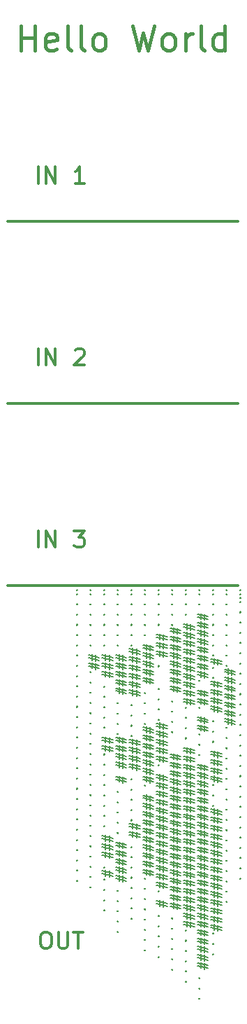
<source format=gbr>
G04 #@! TF.GenerationSoftware,KiCad,Pcbnew,(5.1.6-0-10_14)*
G04 #@! TF.CreationDate,2020-07-27T13:44:28+02:00*
G04 #@! TF.ProjectId,HelloWorld-panel,48656c6c-6f57-46f7-926c-642d70616e65,rev?*
G04 #@! TF.SameCoordinates,Original*
G04 #@! TF.FileFunction,Legend,Top*
G04 #@! TF.FilePolarity,Positive*
%FSLAX46Y46*%
G04 Gerber Fmt 4.6, Leading zero omitted, Abs format (unit mm)*
G04 Created by KiCad (PCBNEW (5.1.6-0-10_14)) date 2020-07-27 13:44:28*
%MOMM*%
%LPD*%
G01*
G04 APERTURE LIST*
%ADD10C,0.150000*%
%ADD11C,0.300000*%
%ADD12C,0.350000*%
%ADD13C,0.400000*%
G04 APERTURE END LIST*
D10*
X129292857Y-96585595D02*
X129245238Y-96633214D01*
X129197619Y-96585595D01*
X129245238Y-96537976D01*
X129292857Y-96585595D01*
X129197619Y-96585595D01*
X129292857Y-97061785D02*
X129245238Y-97109404D01*
X129197619Y-97061785D01*
X129245238Y-97014166D01*
X129292857Y-97061785D01*
X129197619Y-97061785D01*
X129292857Y-97537976D02*
X129245238Y-97585595D01*
X129197619Y-97537976D01*
X129245238Y-97490357D01*
X129292857Y-97537976D01*
X129197619Y-97537976D01*
X129292857Y-98014166D02*
X129245238Y-98061785D01*
X129197619Y-98014166D01*
X129245238Y-97966547D01*
X129292857Y-98014166D01*
X129197619Y-98014166D01*
X129292857Y-99252261D02*
X129245238Y-99299880D01*
X129197619Y-99252261D01*
X129245238Y-99204642D01*
X129292857Y-99252261D01*
X129197619Y-99252261D01*
X129292857Y-100490357D02*
X129245238Y-100537976D01*
X129197619Y-100490357D01*
X129245238Y-100442738D01*
X129292857Y-100490357D01*
X129197619Y-100490357D01*
X129292857Y-101728452D02*
X129245238Y-101776071D01*
X129197619Y-101728452D01*
X129245238Y-101680833D01*
X129292857Y-101728452D01*
X129197619Y-101728452D01*
X129292857Y-102966547D02*
X129245238Y-103014166D01*
X129197619Y-102966547D01*
X129245238Y-102918928D01*
X129292857Y-102966547D01*
X129197619Y-102966547D01*
X129292857Y-104204642D02*
X129245238Y-104252261D01*
X129197619Y-104204642D01*
X129245238Y-104157023D01*
X129292857Y-104204642D01*
X129197619Y-104204642D01*
X129292857Y-105442738D02*
X129245238Y-105490357D01*
X129197619Y-105442738D01*
X129245238Y-105395119D01*
X129292857Y-105442738D01*
X129197619Y-105442738D01*
X129292857Y-106680833D02*
X129245238Y-106728452D01*
X129197619Y-106680833D01*
X129245238Y-106633214D01*
X129292857Y-106680833D01*
X129197619Y-106680833D01*
X129292857Y-107918928D02*
X129245238Y-107966547D01*
X129197619Y-107918928D01*
X129245238Y-107871309D01*
X129292857Y-107918928D01*
X129197619Y-107918928D01*
X129292857Y-109157023D02*
X129245238Y-109204642D01*
X129197619Y-109157023D01*
X129245238Y-109109404D01*
X129292857Y-109157023D01*
X129197619Y-109157023D01*
X129292857Y-110395119D02*
X129245238Y-110442738D01*
X129197619Y-110395119D01*
X129245238Y-110347500D01*
X129292857Y-110395119D01*
X129197619Y-110395119D01*
X129292857Y-111633214D02*
X129245238Y-111680833D01*
X129197619Y-111633214D01*
X129245238Y-111585595D01*
X129292857Y-111633214D01*
X129197619Y-111633214D01*
X129292857Y-112871309D02*
X129245238Y-112918928D01*
X129197619Y-112871309D01*
X129245238Y-112823690D01*
X129292857Y-112871309D01*
X129197619Y-112871309D01*
X129292857Y-114109404D02*
X129245238Y-114157023D01*
X129197619Y-114109404D01*
X129245238Y-114061785D01*
X129292857Y-114109404D01*
X129197619Y-114109404D01*
X129292857Y-115347500D02*
X129245238Y-115395119D01*
X129197619Y-115347500D01*
X129245238Y-115299880D01*
X129292857Y-115347500D01*
X129197619Y-115347500D01*
X129292857Y-116585595D02*
X129245238Y-116633214D01*
X129197619Y-116585595D01*
X129245238Y-116537976D01*
X129292857Y-116585595D01*
X129197619Y-116585595D01*
X129292857Y-117823690D02*
X129245238Y-117871309D01*
X129197619Y-117823690D01*
X129245238Y-117776071D01*
X129292857Y-117823690D01*
X129197619Y-117823690D01*
X129292857Y-119061785D02*
X129245238Y-119109404D01*
X129197619Y-119061785D01*
X129245238Y-119014166D01*
X129292857Y-119061785D01*
X129197619Y-119061785D01*
X129292857Y-120299880D02*
X129245238Y-120347500D01*
X129197619Y-120299880D01*
X129245238Y-120252261D01*
X129292857Y-120299880D01*
X129197619Y-120299880D01*
X129292857Y-121537976D02*
X129245238Y-121585595D01*
X129197619Y-121537976D01*
X129245238Y-121490357D01*
X129292857Y-121537976D01*
X129197619Y-121537976D01*
X129292857Y-122776071D02*
X129245238Y-122823690D01*
X129197619Y-122776071D01*
X129245238Y-122728452D01*
X129292857Y-122776071D01*
X129197619Y-122776071D01*
X129292857Y-124014166D02*
X129245238Y-124061785D01*
X129197619Y-124014166D01*
X129245238Y-123966547D01*
X129292857Y-124014166D01*
X129197619Y-124014166D01*
X129292857Y-125252261D02*
X129245238Y-125299880D01*
X129197619Y-125252261D01*
X129245238Y-125204642D01*
X129292857Y-125252261D01*
X129197619Y-125252261D01*
X129292857Y-126490357D02*
X129245238Y-126537976D01*
X129197619Y-126490357D01*
X129245238Y-126442738D01*
X129292857Y-126490357D01*
X129197619Y-126490357D01*
X129292857Y-127728452D02*
X129245238Y-127776071D01*
X129197619Y-127728452D01*
X129245238Y-127680833D01*
X129292857Y-127728452D01*
X129197619Y-127728452D01*
X129292857Y-128966547D02*
X129245238Y-129014166D01*
X129197619Y-128966547D01*
X129245238Y-128918928D01*
X129292857Y-128966547D01*
X129197619Y-128966547D01*
X129292857Y-130204642D02*
X129245238Y-130252261D01*
X129197619Y-130204642D01*
X129245238Y-130157023D01*
X129292857Y-130204642D01*
X129197619Y-130204642D01*
X129292857Y-131442738D02*
X129245238Y-131490357D01*
X129197619Y-131442738D01*
X129245238Y-131395119D01*
X129292857Y-131442738D01*
X129197619Y-131442738D01*
X127642857Y-96585595D02*
X127595238Y-96633214D01*
X127547619Y-96585595D01*
X127595238Y-96537976D01*
X127642857Y-96585595D01*
X127547619Y-96585595D01*
X127642857Y-97061785D02*
X127595238Y-97109404D01*
X127547619Y-97061785D01*
X127595238Y-97014166D01*
X127642857Y-97061785D01*
X127547619Y-97061785D01*
X127642857Y-98299880D02*
X127595238Y-98347500D01*
X127547619Y-98299880D01*
X127595238Y-98252261D01*
X127642857Y-98299880D01*
X127547619Y-98299880D01*
X127642857Y-99537976D02*
X127595238Y-99585595D01*
X127547619Y-99537976D01*
X127595238Y-99490357D01*
X127642857Y-99537976D01*
X127547619Y-99537976D01*
X127642857Y-100776071D02*
X127595238Y-100823690D01*
X127547619Y-100776071D01*
X127595238Y-100728452D01*
X127642857Y-100776071D01*
X127547619Y-100776071D01*
X127642857Y-102014166D02*
X127595238Y-102061785D01*
X127547619Y-102014166D01*
X127595238Y-101966547D01*
X127642857Y-102014166D01*
X127547619Y-102014166D01*
X127642857Y-103252261D02*
X127595238Y-103299880D01*
X127547619Y-103252261D01*
X127595238Y-103204642D01*
X127642857Y-103252261D01*
X127547619Y-103252261D01*
X127642857Y-104490357D02*
X127595238Y-104537976D01*
X127547619Y-104490357D01*
X127595238Y-104442738D01*
X127642857Y-104490357D01*
X127547619Y-104490357D01*
X127642857Y-105728452D02*
X127595238Y-105776071D01*
X127547619Y-105728452D01*
X127595238Y-105680833D01*
X127642857Y-105728452D01*
X127547619Y-105728452D01*
X128214285Y-106157023D02*
X128214285Y-106871309D01*
X128642857Y-106442738D02*
X127357142Y-106157023D01*
X127785714Y-106776071D02*
X127785714Y-106061785D01*
X127357142Y-106490357D02*
X128642857Y-106776071D01*
X128214285Y-107157023D02*
X128214285Y-107871309D01*
X128642857Y-107442738D02*
X127357142Y-107157023D01*
X127785714Y-107776071D02*
X127785714Y-107061785D01*
X127357142Y-107490357D02*
X128642857Y-107776071D01*
X128214285Y-108157023D02*
X128214285Y-108871309D01*
X128642857Y-108442738D02*
X127357142Y-108157023D01*
X127785714Y-108776071D02*
X127785714Y-108061785D01*
X127357142Y-108490357D02*
X128642857Y-108776071D01*
X128214285Y-109157023D02*
X128214285Y-109871309D01*
X128642857Y-109442738D02*
X127357142Y-109157023D01*
X127785714Y-109776071D02*
X127785714Y-109061785D01*
X127357142Y-109490357D02*
X128642857Y-109776071D01*
X128214285Y-110157023D02*
X128214285Y-110871309D01*
X128642857Y-110442738D02*
X127357142Y-110157023D01*
X127785714Y-110776071D02*
X127785714Y-110061785D01*
X127357142Y-110490357D02*
X128642857Y-110776071D01*
X128214285Y-111157023D02*
X128214285Y-111871309D01*
X128642857Y-111442738D02*
X127357142Y-111157023D01*
X127785714Y-111776071D02*
X127785714Y-111061785D01*
X127357142Y-111490357D02*
X128642857Y-111776071D01*
X128214285Y-112157023D02*
X128214285Y-112871309D01*
X128642857Y-112442738D02*
X127357142Y-112157023D01*
X127785714Y-112776071D02*
X127785714Y-112061785D01*
X127357142Y-112490357D02*
X128642857Y-112776071D01*
X127642857Y-113204642D02*
X127595238Y-113252261D01*
X127547619Y-113204642D01*
X127595238Y-113157023D01*
X127642857Y-113204642D01*
X127547619Y-113204642D01*
X127642857Y-114442738D02*
X127595238Y-114490357D01*
X127547619Y-114442738D01*
X127595238Y-114395119D01*
X127642857Y-114442738D01*
X127547619Y-114442738D01*
X127642857Y-115680833D02*
X127595238Y-115728452D01*
X127547619Y-115680833D01*
X127595238Y-115633214D01*
X127642857Y-115680833D01*
X127547619Y-115680833D01*
X127642857Y-116918928D02*
X127595238Y-116966547D01*
X127547619Y-116918928D01*
X127595238Y-116871309D01*
X127642857Y-116918928D01*
X127547619Y-116918928D01*
X127642857Y-118157023D02*
X127595238Y-118204642D01*
X127547619Y-118157023D01*
X127595238Y-118109404D01*
X127642857Y-118157023D01*
X127547619Y-118157023D01*
X127642857Y-119395119D02*
X127595238Y-119442738D01*
X127547619Y-119395119D01*
X127595238Y-119347500D01*
X127642857Y-119395119D01*
X127547619Y-119395119D01*
X127642857Y-120633214D02*
X127595238Y-120680833D01*
X127547619Y-120633214D01*
X127595238Y-120585595D01*
X127642857Y-120633214D01*
X127547619Y-120633214D01*
X127642857Y-121871309D02*
X127595238Y-121918928D01*
X127547619Y-121871309D01*
X127595238Y-121823690D01*
X127642857Y-121871309D01*
X127547619Y-121871309D01*
X127642857Y-123109404D02*
X127595238Y-123157023D01*
X127547619Y-123109404D01*
X127595238Y-123061785D01*
X127642857Y-123109404D01*
X127547619Y-123109404D01*
X127642857Y-124347500D02*
X127595238Y-124395119D01*
X127547619Y-124347500D01*
X127595238Y-124299880D01*
X127642857Y-124347500D01*
X127547619Y-124347500D01*
X127642857Y-125585595D02*
X127595238Y-125633214D01*
X127547619Y-125585595D01*
X127595238Y-125537976D01*
X127642857Y-125585595D01*
X127547619Y-125585595D01*
X127642857Y-126823690D02*
X127595238Y-126871309D01*
X127547619Y-126823690D01*
X127595238Y-126776071D01*
X127642857Y-126823690D01*
X127547619Y-126823690D01*
X127642857Y-128061785D02*
X127595238Y-128109404D01*
X127547619Y-128061785D01*
X127595238Y-128014166D01*
X127642857Y-128061785D01*
X127547619Y-128061785D01*
X127642857Y-129299880D02*
X127595238Y-129347500D01*
X127547619Y-129299880D01*
X127595238Y-129252261D01*
X127642857Y-129299880D01*
X127547619Y-129299880D01*
X127642857Y-130537976D02*
X127595238Y-130585595D01*
X127547619Y-130537976D01*
X127595238Y-130490357D01*
X127642857Y-130537976D01*
X127547619Y-130537976D01*
X127642857Y-131776071D02*
X127595238Y-131823690D01*
X127547619Y-131776071D01*
X127595238Y-131728452D01*
X127642857Y-131776071D01*
X127547619Y-131776071D01*
X127642857Y-133014166D02*
X127595238Y-133061785D01*
X127547619Y-133014166D01*
X127595238Y-132966547D01*
X127642857Y-133014166D01*
X127547619Y-133014166D01*
X127642857Y-134252261D02*
X127595238Y-134299880D01*
X127547619Y-134252261D01*
X127595238Y-134204642D01*
X127642857Y-134252261D01*
X127547619Y-134252261D01*
X125992857Y-96585595D02*
X125945238Y-96633214D01*
X125897619Y-96585595D01*
X125945238Y-96537976D01*
X125992857Y-96585595D01*
X125897619Y-96585595D01*
X125992857Y-97061785D02*
X125945238Y-97109404D01*
X125897619Y-97061785D01*
X125945238Y-97014166D01*
X125992857Y-97061785D01*
X125897619Y-97061785D01*
X125992857Y-98299880D02*
X125945238Y-98347500D01*
X125897619Y-98299880D01*
X125945238Y-98252261D01*
X125992857Y-98299880D01*
X125897619Y-98299880D01*
X125992857Y-99537976D02*
X125945238Y-99585595D01*
X125897619Y-99537976D01*
X125945238Y-99490357D01*
X125992857Y-99537976D01*
X125897619Y-99537976D01*
X125992857Y-100776071D02*
X125945238Y-100823690D01*
X125897619Y-100776071D01*
X125945238Y-100728452D01*
X125992857Y-100776071D01*
X125897619Y-100776071D01*
X125992857Y-102014166D02*
X125945238Y-102061785D01*
X125897619Y-102014166D01*
X125945238Y-101966547D01*
X125992857Y-102014166D01*
X125897619Y-102014166D01*
X125992857Y-103252261D02*
X125945238Y-103299880D01*
X125897619Y-103252261D01*
X125945238Y-103204642D01*
X125992857Y-103252261D01*
X125897619Y-103252261D01*
X125992857Y-104490357D02*
X125945238Y-104537976D01*
X125897619Y-104490357D01*
X125945238Y-104442738D01*
X125992857Y-104490357D01*
X125897619Y-104490357D01*
X126564285Y-104918928D02*
X126564285Y-105633214D01*
X126992857Y-105204642D02*
X125707142Y-104918928D01*
X126135714Y-105537976D02*
X126135714Y-104823690D01*
X125707142Y-105252261D02*
X126992857Y-105537976D01*
X125992857Y-105966547D02*
X125945238Y-106014166D01*
X125897619Y-105966547D01*
X125945238Y-105918928D01*
X125992857Y-105966547D01*
X125897619Y-105966547D01*
X125992857Y-107204642D02*
X125945238Y-107252261D01*
X125897619Y-107204642D01*
X125945238Y-107157023D01*
X125992857Y-107204642D01*
X125897619Y-107204642D01*
X126564285Y-107633214D02*
X126564285Y-108347500D01*
X126992857Y-107918928D02*
X125707142Y-107633214D01*
X126135714Y-108252261D02*
X126135714Y-107537976D01*
X125707142Y-107966547D02*
X126992857Y-108252261D01*
X126564285Y-108633214D02*
X126564285Y-109347500D01*
X126992857Y-108918928D02*
X125707142Y-108633214D01*
X126135714Y-109252261D02*
X126135714Y-108537976D01*
X125707142Y-108966547D02*
X126992857Y-109252261D01*
X126564285Y-109633214D02*
X126564285Y-110347500D01*
X126992857Y-109918928D02*
X125707142Y-109633214D01*
X126135714Y-110252261D02*
X126135714Y-109537976D01*
X125707142Y-109966547D02*
X126992857Y-110252261D01*
X126564285Y-110633214D02*
X126564285Y-111347500D01*
X126992857Y-110918928D02*
X125707142Y-110633214D01*
X126135714Y-111252261D02*
X126135714Y-110537976D01*
X125707142Y-110966547D02*
X126992857Y-111252261D01*
X125992857Y-112442738D02*
X125945238Y-112490357D01*
X125897619Y-112442738D01*
X125945238Y-112395119D01*
X125992857Y-112442738D01*
X125897619Y-112442738D01*
X125992857Y-113680833D02*
X125945238Y-113728452D01*
X125897619Y-113680833D01*
X125945238Y-113633214D01*
X125992857Y-113680833D01*
X125897619Y-113680833D01*
X125992857Y-114918928D02*
X125945238Y-114966547D01*
X125897619Y-114918928D01*
X125945238Y-114871309D01*
X125992857Y-114918928D01*
X125897619Y-114918928D01*
X126564285Y-116109404D02*
X126564285Y-116823690D01*
X126992857Y-116395119D02*
X125707142Y-116109404D01*
X126135714Y-116728452D02*
X126135714Y-116014166D01*
X125707142Y-116442738D02*
X126992857Y-116728452D01*
X126564285Y-117109404D02*
X126564285Y-117823690D01*
X126992857Y-117395119D02*
X125707142Y-117109404D01*
X126135714Y-117728452D02*
X126135714Y-117014166D01*
X125707142Y-117442738D02*
X126992857Y-117728452D01*
X126564285Y-118109404D02*
X126564285Y-118823690D01*
X126992857Y-118395119D02*
X125707142Y-118109404D01*
X126135714Y-118728452D02*
X126135714Y-118014166D01*
X125707142Y-118442738D02*
X126992857Y-118728452D01*
X126564285Y-119109404D02*
X126564285Y-119823690D01*
X126992857Y-119395119D02*
X125707142Y-119109404D01*
X126135714Y-119728452D02*
X126135714Y-119014166D01*
X125707142Y-119442738D02*
X126992857Y-119728452D01*
X125992857Y-120157023D02*
X125945238Y-120204642D01*
X125897619Y-120157023D01*
X125945238Y-120109404D01*
X125992857Y-120157023D01*
X125897619Y-120157023D01*
X125992857Y-121395119D02*
X125945238Y-121442738D01*
X125897619Y-121395119D01*
X125945238Y-121347500D01*
X125992857Y-121395119D01*
X125897619Y-121395119D01*
X125992857Y-122633214D02*
X125945238Y-122680833D01*
X125897619Y-122633214D01*
X125945238Y-122585595D01*
X125992857Y-122633214D01*
X125897619Y-122633214D01*
X126564285Y-123061785D02*
X126564285Y-123776071D01*
X126992857Y-123347500D02*
X125707142Y-123061785D01*
X126135714Y-123680833D02*
X126135714Y-122966547D01*
X125707142Y-123395119D02*
X126992857Y-123680833D01*
X126564285Y-124061785D02*
X126564285Y-124776071D01*
X126992857Y-124347500D02*
X125707142Y-124061785D01*
X126135714Y-124680833D02*
X126135714Y-123966547D01*
X125707142Y-124395119D02*
X126992857Y-124680833D01*
X126564285Y-125061785D02*
X126564285Y-125776071D01*
X126992857Y-125347500D02*
X125707142Y-125061785D01*
X126135714Y-125680833D02*
X126135714Y-124966547D01*
X125707142Y-125395119D02*
X126992857Y-125680833D01*
X126564285Y-126061785D02*
X126564285Y-126776071D01*
X126992857Y-126347500D02*
X125707142Y-126061785D01*
X126135714Y-126680833D02*
X126135714Y-125966547D01*
X125707142Y-126395119D02*
X126992857Y-126680833D01*
X126564285Y-127061785D02*
X126564285Y-127776071D01*
X126992857Y-127347500D02*
X125707142Y-127061785D01*
X126135714Y-127680833D02*
X126135714Y-126966547D01*
X125707142Y-127395119D02*
X126992857Y-127680833D01*
X126564285Y-128061785D02*
X126564285Y-128776071D01*
X126992857Y-128347500D02*
X125707142Y-128061785D01*
X126135714Y-128680833D02*
X126135714Y-127966547D01*
X125707142Y-128395119D02*
X126992857Y-128680833D01*
X126564285Y-129061785D02*
X126564285Y-129776071D01*
X126992857Y-129347500D02*
X125707142Y-129061785D01*
X126135714Y-129680833D02*
X126135714Y-128966547D01*
X125707142Y-129395119D02*
X126992857Y-129680833D01*
X126564285Y-130061785D02*
X126564285Y-130776071D01*
X126992857Y-130347500D02*
X125707142Y-130061785D01*
X126135714Y-130680833D02*
X126135714Y-129966547D01*
X125707142Y-130395119D02*
X126992857Y-130680833D01*
X126564285Y-131061785D02*
X126564285Y-131776071D01*
X126992857Y-131347500D02*
X125707142Y-131061785D01*
X126135714Y-131680833D02*
X126135714Y-130966547D01*
X125707142Y-131395119D02*
X126992857Y-131680833D01*
X126564285Y-132061785D02*
X126564285Y-132776071D01*
X126992857Y-132347500D02*
X125707142Y-132061785D01*
X126135714Y-132680833D02*
X126135714Y-131966547D01*
X125707142Y-132395119D02*
X126992857Y-132680833D01*
X126564285Y-133061785D02*
X126564285Y-133776071D01*
X126992857Y-133347500D02*
X125707142Y-133061785D01*
X126135714Y-133680833D02*
X126135714Y-132966547D01*
X125707142Y-133395119D02*
X126992857Y-133680833D01*
X126564285Y-134061785D02*
X126564285Y-134776071D01*
X126992857Y-134347500D02*
X125707142Y-134061785D01*
X126135714Y-134680833D02*
X126135714Y-133966547D01*
X125707142Y-134395119D02*
X126992857Y-134680833D01*
X126564285Y-135061785D02*
X126564285Y-135776071D01*
X126992857Y-135347500D02*
X125707142Y-135061785D01*
X126135714Y-135680833D02*
X126135714Y-134966547D01*
X125707142Y-135395119D02*
X126992857Y-135680833D01*
X126564285Y-136061785D02*
X126564285Y-136776071D01*
X126992857Y-136347500D02*
X125707142Y-136061785D01*
X126135714Y-136680833D02*
X126135714Y-135966547D01*
X125707142Y-136395119D02*
X126992857Y-136680833D01*
X126564285Y-137061785D02*
X126564285Y-137776071D01*
X126992857Y-137347500D02*
X125707142Y-137061785D01*
X126135714Y-137680833D02*
X126135714Y-136966547D01*
X125707142Y-137395119D02*
X126992857Y-137680833D01*
X125992857Y-138109404D02*
X125945238Y-138157023D01*
X125897619Y-138109404D01*
X125945238Y-138061785D01*
X125992857Y-138109404D01*
X125897619Y-138109404D01*
X125992857Y-139347500D02*
X125945238Y-139395119D01*
X125897619Y-139347500D01*
X125945238Y-139299880D01*
X125992857Y-139347500D01*
X125897619Y-139347500D01*
X125992857Y-140585595D02*
X125945238Y-140633214D01*
X125897619Y-140585595D01*
X125945238Y-140537976D01*
X125992857Y-140585595D01*
X125897619Y-140585595D01*
X124342857Y-96585595D02*
X124295238Y-96633214D01*
X124247619Y-96585595D01*
X124295238Y-96537976D01*
X124342857Y-96585595D01*
X124247619Y-96585595D01*
X124342857Y-97061785D02*
X124295238Y-97109404D01*
X124247619Y-97061785D01*
X124295238Y-97014166D01*
X124342857Y-97061785D01*
X124247619Y-97061785D01*
X124342857Y-98299880D02*
X124295238Y-98347500D01*
X124247619Y-98299880D01*
X124295238Y-98252261D01*
X124342857Y-98299880D01*
X124247619Y-98299880D01*
X124914285Y-99490357D02*
X124914285Y-100204642D01*
X125342857Y-99776071D02*
X124057142Y-99490357D01*
X124485714Y-100109404D02*
X124485714Y-99395119D01*
X124057142Y-99823690D02*
X125342857Y-100109404D01*
X124914285Y-100490357D02*
X124914285Y-101204642D01*
X125342857Y-100776071D02*
X124057142Y-100490357D01*
X124485714Y-101109404D02*
X124485714Y-100395119D01*
X124057142Y-100823690D02*
X125342857Y-101109404D01*
X124914285Y-101490357D02*
X124914285Y-102204642D01*
X125342857Y-101776071D02*
X124057142Y-101490357D01*
X124485714Y-102109404D02*
X124485714Y-101395119D01*
X124057142Y-101823690D02*
X125342857Y-102109404D01*
X124914285Y-102490357D02*
X124914285Y-103204642D01*
X125342857Y-102776071D02*
X124057142Y-102490357D01*
X124485714Y-103109404D02*
X124485714Y-102395119D01*
X124057142Y-102823690D02*
X125342857Y-103109404D01*
X124914285Y-103490357D02*
X124914285Y-104204642D01*
X125342857Y-103776071D02*
X124057142Y-103490357D01*
X124485714Y-104109404D02*
X124485714Y-103395119D01*
X124057142Y-103823690D02*
X125342857Y-104109404D01*
X124914285Y-104490357D02*
X124914285Y-105204642D01*
X125342857Y-104776071D02*
X124057142Y-104490357D01*
X124485714Y-105109404D02*
X124485714Y-104395119D01*
X124057142Y-104823690D02*
X125342857Y-105109404D01*
X124914285Y-105490357D02*
X124914285Y-106204642D01*
X125342857Y-105776071D02*
X124057142Y-105490357D01*
X124485714Y-106109404D02*
X124485714Y-105395119D01*
X124057142Y-105823690D02*
X125342857Y-106109404D01*
X124914285Y-106490357D02*
X124914285Y-107204642D01*
X125342857Y-106776071D02*
X124057142Y-106490357D01*
X124485714Y-107109404D02*
X124485714Y-106395119D01*
X124057142Y-106823690D02*
X125342857Y-107109404D01*
X124342857Y-107537976D02*
X124295238Y-107585595D01*
X124247619Y-107537976D01*
X124295238Y-107490357D01*
X124342857Y-107537976D01*
X124247619Y-107537976D01*
X124914285Y-108728452D02*
X124914285Y-109442738D01*
X125342857Y-109014166D02*
X124057142Y-108728452D01*
X124485714Y-109347500D02*
X124485714Y-108633214D01*
X124057142Y-109061785D02*
X125342857Y-109347500D01*
X124914285Y-109728452D02*
X124914285Y-110442738D01*
X125342857Y-110014166D02*
X124057142Y-109728452D01*
X124485714Y-110347500D02*
X124485714Y-109633214D01*
X124057142Y-110061785D02*
X125342857Y-110347500D01*
X124342857Y-110776071D02*
X124295238Y-110823690D01*
X124247619Y-110776071D01*
X124295238Y-110728452D01*
X124342857Y-110776071D01*
X124247619Y-110776071D01*
X124914285Y-111966547D02*
X124914285Y-112680833D01*
X125342857Y-112252261D02*
X124057142Y-111966547D01*
X124485714Y-112585595D02*
X124485714Y-111871309D01*
X124057142Y-112299880D02*
X125342857Y-112585595D01*
X124914285Y-112966547D02*
X124914285Y-113680833D01*
X125342857Y-113252261D02*
X124057142Y-112966547D01*
X124485714Y-113585595D02*
X124485714Y-112871309D01*
X124057142Y-113299880D02*
X125342857Y-113585595D01*
X124342857Y-114014166D02*
X124295238Y-114061785D01*
X124247619Y-114014166D01*
X124295238Y-113966547D01*
X124342857Y-114014166D01*
X124247619Y-114014166D01*
X124342857Y-115252261D02*
X124295238Y-115299880D01*
X124247619Y-115252261D01*
X124295238Y-115204642D01*
X124342857Y-115252261D01*
X124247619Y-115252261D01*
X124342857Y-116490357D02*
X124295238Y-116537976D01*
X124247619Y-116490357D01*
X124295238Y-116442738D01*
X124342857Y-116490357D01*
X124247619Y-116490357D01*
X124914285Y-117680833D02*
X124914285Y-118395119D01*
X125342857Y-117966547D02*
X124057142Y-117680833D01*
X124485714Y-118299880D02*
X124485714Y-117585595D01*
X124057142Y-118014166D02*
X125342857Y-118299880D01*
X124914285Y-118680833D02*
X124914285Y-119395119D01*
X125342857Y-118966547D02*
X124057142Y-118680833D01*
X124485714Y-119299880D02*
X124485714Y-118585595D01*
X124057142Y-119014166D02*
X125342857Y-119299880D01*
X124914285Y-119680833D02*
X124914285Y-120395119D01*
X125342857Y-119966547D02*
X124057142Y-119680833D01*
X124485714Y-120299880D02*
X124485714Y-119585595D01*
X124057142Y-120014166D02*
X125342857Y-120299880D01*
X124914285Y-120680833D02*
X124914285Y-121395119D01*
X125342857Y-120966547D02*
X124057142Y-120680833D01*
X124485714Y-121299880D02*
X124485714Y-120585595D01*
X124057142Y-121014166D02*
X125342857Y-121299880D01*
X124914285Y-121680833D02*
X124914285Y-122395119D01*
X125342857Y-121966547D02*
X124057142Y-121680833D01*
X124485714Y-122299880D02*
X124485714Y-121585595D01*
X124057142Y-122014166D02*
X125342857Y-122299880D01*
X124914285Y-122680833D02*
X124914285Y-123395119D01*
X125342857Y-122966547D02*
X124057142Y-122680833D01*
X124485714Y-123299880D02*
X124485714Y-122585595D01*
X124057142Y-123014166D02*
X125342857Y-123299880D01*
X124914285Y-123680833D02*
X124914285Y-124395119D01*
X125342857Y-123966547D02*
X124057142Y-123680833D01*
X124485714Y-124299880D02*
X124485714Y-123585595D01*
X124057142Y-124014166D02*
X125342857Y-124299880D01*
X124914285Y-124680833D02*
X124914285Y-125395119D01*
X125342857Y-124966547D02*
X124057142Y-124680833D01*
X124485714Y-125299880D02*
X124485714Y-124585595D01*
X124057142Y-125014166D02*
X125342857Y-125299880D01*
X124914285Y-125680833D02*
X124914285Y-126395119D01*
X125342857Y-125966547D02*
X124057142Y-125680833D01*
X124485714Y-126299880D02*
X124485714Y-125585595D01*
X124057142Y-126014166D02*
X125342857Y-126299880D01*
X124914285Y-126680833D02*
X124914285Y-127395119D01*
X125342857Y-126966547D02*
X124057142Y-126680833D01*
X124485714Y-127299880D02*
X124485714Y-126585595D01*
X124057142Y-127014166D02*
X125342857Y-127299880D01*
X124914285Y-127680833D02*
X124914285Y-128395119D01*
X125342857Y-127966547D02*
X124057142Y-127680833D01*
X124485714Y-128299880D02*
X124485714Y-127585595D01*
X124057142Y-128014166D02*
X125342857Y-128299880D01*
X124914285Y-128680833D02*
X124914285Y-129395119D01*
X125342857Y-128966547D02*
X124057142Y-128680833D01*
X124485714Y-129299880D02*
X124485714Y-128585595D01*
X124057142Y-129014166D02*
X125342857Y-129299880D01*
X124914285Y-129680833D02*
X124914285Y-130395119D01*
X125342857Y-129966547D02*
X124057142Y-129680833D01*
X124485714Y-130299880D02*
X124485714Y-129585595D01*
X124057142Y-130014166D02*
X125342857Y-130299880D01*
X124914285Y-130680833D02*
X124914285Y-131395119D01*
X125342857Y-130966547D02*
X124057142Y-130680833D01*
X124485714Y-131299880D02*
X124485714Y-130585595D01*
X124057142Y-131014166D02*
X125342857Y-131299880D01*
X124914285Y-131680833D02*
X124914285Y-132395119D01*
X125342857Y-131966547D02*
X124057142Y-131680833D01*
X124485714Y-132299880D02*
X124485714Y-131585595D01*
X124057142Y-132014166D02*
X125342857Y-132299880D01*
X124914285Y-132680833D02*
X124914285Y-133395119D01*
X125342857Y-132966547D02*
X124057142Y-132680833D01*
X124485714Y-133299880D02*
X124485714Y-132585595D01*
X124057142Y-133014166D02*
X125342857Y-133299880D01*
X124914285Y-133680833D02*
X124914285Y-134395119D01*
X125342857Y-133966547D02*
X124057142Y-133680833D01*
X124485714Y-134299880D02*
X124485714Y-133585595D01*
X124057142Y-134014166D02*
X125342857Y-134299880D01*
X124914285Y-134680833D02*
X124914285Y-135395119D01*
X125342857Y-134966547D02*
X124057142Y-134680833D01*
X124485714Y-135299880D02*
X124485714Y-134585595D01*
X124057142Y-135014166D02*
X125342857Y-135299880D01*
X124914285Y-135680833D02*
X124914285Y-136395119D01*
X125342857Y-135966547D02*
X124057142Y-135680833D01*
X124485714Y-136299880D02*
X124485714Y-135585595D01*
X124057142Y-136014166D02*
X125342857Y-136299880D01*
X124914285Y-136680833D02*
X124914285Y-137395119D01*
X125342857Y-136966547D02*
X124057142Y-136680833D01*
X124485714Y-137299880D02*
X124485714Y-136585595D01*
X124057142Y-137014166D02*
X125342857Y-137299880D01*
X124914285Y-137680833D02*
X124914285Y-138395119D01*
X125342857Y-137966547D02*
X124057142Y-137680833D01*
X124485714Y-138299880D02*
X124485714Y-137585595D01*
X124057142Y-138014166D02*
X125342857Y-138299880D01*
X124914285Y-138680833D02*
X124914285Y-139395119D01*
X125342857Y-138966547D02*
X124057142Y-138680833D01*
X124485714Y-139299880D02*
X124485714Y-138585595D01*
X124057142Y-139014166D02*
X125342857Y-139299880D01*
X124914285Y-139680833D02*
X124914285Y-140395119D01*
X125342857Y-139966547D02*
X124057142Y-139680833D01*
X124485714Y-140299880D02*
X124485714Y-139585595D01*
X124057142Y-140014166D02*
X125342857Y-140299880D01*
X124914285Y-140680833D02*
X124914285Y-141395119D01*
X125342857Y-140966547D02*
X124057142Y-140680833D01*
X124485714Y-141299880D02*
X124485714Y-140585595D01*
X124057142Y-141014166D02*
X125342857Y-141299880D01*
X124914285Y-141680833D02*
X124914285Y-142395119D01*
X125342857Y-141966547D02*
X124057142Y-141680833D01*
X124485714Y-142299880D02*
X124485714Y-141585595D01*
X124057142Y-142014166D02*
X125342857Y-142299880D01*
X124342857Y-143490357D02*
X124295238Y-143537976D01*
X124247619Y-143490357D01*
X124295238Y-143442738D01*
X124342857Y-143490357D01*
X124247619Y-143490357D01*
X124342857Y-144728452D02*
X124295238Y-144776071D01*
X124247619Y-144728452D01*
X124295238Y-144680833D01*
X124342857Y-144728452D01*
X124247619Y-144728452D01*
X124342857Y-145966547D02*
X124295238Y-146014166D01*
X124247619Y-145966547D01*
X124295238Y-145918928D01*
X124342857Y-145966547D01*
X124247619Y-145966547D01*
X122692857Y-96585595D02*
X122645238Y-96633214D01*
X122597619Y-96585595D01*
X122645238Y-96537976D01*
X122692857Y-96585595D01*
X122597619Y-96585595D01*
X122692857Y-97061785D02*
X122645238Y-97109404D01*
X122597619Y-97061785D01*
X122645238Y-97014166D01*
X122692857Y-97061785D01*
X122597619Y-97061785D01*
X122692857Y-98299880D02*
X122645238Y-98347500D01*
X122597619Y-98299880D01*
X122645238Y-98252261D01*
X122692857Y-98299880D01*
X122597619Y-98299880D01*
X122692857Y-99537976D02*
X122645238Y-99585595D01*
X122597619Y-99537976D01*
X122645238Y-99490357D01*
X122692857Y-99537976D01*
X122597619Y-99537976D01*
X123264285Y-100728452D02*
X123264285Y-101442738D01*
X123692857Y-101014166D02*
X122407142Y-100728452D01*
X122835714Y-101347500D02*
X122835714Y-100633214D01*
X122407142Y-101061785D02*
X123692857Y-101347500D01*
X123264285Y-101728452D02*
X123264285Y-102442738D01*
X123692857Y-102014166D02*
X122407142Y-101728452D01*
X122835714Y-102347500D02*
X122835714Y-101633214D01*
X122407142Y-102061785D02*
X123692857Y-102347500D01*
X123264285Y-102728452D02*
X123264285Y-103442738D01*
X123692857Y-103014166D02*
X122407142Y-102728452D01*
X122835714Y-103347500D02*
X122835714Y-102633214D01*
X122407142Y-103061785D02*
X123692857Y-103347500D01*
X123264285Y-103728452D02*
X123264285Y-104442738D01*
X123692857Y-104014166D02*
X122407142Y-103728452D01*
X122835714Y-104347500D02*
X122835714Y-103633214D01*
X122407142Y-104061785D02*
X123692857Y-104347500D01*
X123264285Y-104728452D02*
X123264285Y-105442738D01*
X123692857Y-105014166D02*
X122407142Y-104728452D01*
X122835714Y-105347500D02*
X122835714Y-104633214D01*
X122407142Y-105061785D02*
X123692857Y-105347500D01*
X123264285Y-105728452D02*
X123264285Y-106442738D01*
X123692857Y-106014166D02*
X122407142Y-105728452D01*
X122835714Y-106347500D02*
X122835714Y-105633214D01*
X122407142Y-106061785D02*
X123692857Y-106347500D01*
X123264285Y-106728452D02*
X123264285Y-107442738D01*
X123692857Y-107014166D02*
X122407142Y-106728452D01*
X122835714Y-107347500D02*
X122835714Y-106633214D01*
X122407142Y-107061785D02*
X123692857Y-107347500D01*
X123264285Y-107728452D02*
X123264285Y-108442738D01*
X123692857Y-108014166D02*
X122407142Y-107728452D01*
X122835714Y-108347500D02*
X122835714Y-107633214D01*
X122407142Y-108061785D02*
X123692857Y-108347500D01*
X123264285Y-108728452D02*
X123264285Y-109442738D01*
X123692857Y-109014166D02*
X122407142Y-108728452D01*
X122835714Y-109347500D02*
X122835714Y-108633214D01*
X122407142Y-109061785D02*
X123692857Y-109347500D01*
X123264285Y-109728452D02*
X123264285Y-110442738D01*
X123692857Y-110014166D02*
X122407142Y-109728452D01*
X122835714Y-110347500D02*
X122835714Y-109633214D01*
X122407142Y-110061785D02*
X123692857Y-110347500D01*
X122692857Y-110776071D02*
X122645238Y-110823690D01*
X122597619Y-110776071D01*
X122645238Y-110728452D01*
X122692857Y-110776071D01*
X122597619Y-110776071D01*
X122692857Y-112014166D02*
X122645238Y-112061785D01*
X122597619Y-112014166D01*
X122645238Y-111966547D01*
X122692857Y-112014166D01*
X122597619Y-112014166D01*
X122692857Y-113252261D02*
X122645238Y-113299880D01*
X122597619Y-113252261D01*
X122645238Y-113204642D01*
X122692857Y-113252261D01*
X122597619Y-113252261D01*
X122692857Y-114490357D02*
X122645238Y-114537976D01*
X122597619Y-114490357D01*
X122645238Y-114442738D01*
X122692857Y-114490357D01*
X122597619Y-114490357D01*
X123264285Y-115680833D02*
X123264285Y-116395119D01*
X123692857Y-115966547D02*
X122407142Y-115680833D01*
X122835714Y-116299880D02*
X122835714Y-115585595D01*
X122407142Y-116014166D02*
X123692857Y-116299880D01*
X123264285Y-116680833D02*
X123264285Y-117395119D01*
X123692857Y-116966547D02*
X122407142Y-116680833D01*
X122835714Y-117299880D02*
X122835714Y-116585595D01*
X122407142Y-117014166D02*
X123692857Y-117299880D01*
X123264285Y-117680833D02*
X123264285Y-118395119D01*
X123692857Y-117966547D02*
X122407142Y-117680833D01*
X122835714Y-118299880D02*
X122835714Y-117585595D01*
X122407142Y-118014166D02*
X123692857Y-118299880D01*
X123264285Y-118680833D02*
X123264285Y-119395119D01*
X123692857Y-118966547D02*
X122407142Y-118680833D01*
X122835714Y-119299880D02*
X122835714Y-118585595D01*
X122407142Y-119014166D02*
X123692857Y-119299880D01*
X123264285Y-119680833D02*
X123264285Y-120395119D01*
X123692857Y-119966547D02*
X122407142Y-119680833D01*
X122835714Y-120299880D02*
X122835714Y-119585595D01*
X122407142Y-120014166D02*
X123692857Y-120299880D01*
X123264285Y-120680833D02*
X123264285Y-121395119D01*
X123692857Y-120966547D02*
X122407142Y-120680833D01*
X122835714Y-121299880D02*
X122835714Y-120585595D01*
X122407142Y-121014166D02*
X123692857Y-121299880D01*
X123264285Y-121680833D02*
X123264285Y-122395119D01*
X123692857Y-121966547D02*
X122407142Y-121680833D01*
X122835714Y-122299880D02*
X122835714Y-121585595D01*
X122407142Y-122014166D02*
X123692857Y-122299880D01*
X123264285Y-122680833D02*
X123264285Y-123395119D01*
X123692857Y-122966547D02*
X122407142Y-122680833D01*
X122835714Y-123299880D02*
X122835714Y-122585595D01*
X122407142Y-123014166D02*
X123692857Y-123299880D01*
X123264285Y-123680833D02*
X123264285Y-124395119D01*
X123692857Y-123966547D02*
X122407142Y-123680833D01*
X122835714Y-124299880D02*
X122835714Y-123585595D01*
X122407142Y-124014166D02*
X123692857Y-124299880D01*
X123264285Y-124680833D02*
X123264285Y-125395119D01*
X123692857Y-124966547D02*
X122407142Y-124680833D01*
X122835714Y-125299880D02*
X122835714Y-124585595D01*
X122407142Y-125014166D02*
X123692857Y-125299880D01*
X123264285Y-125680833D02*
X123264285Y-126395119D01*
X123692857Y-125966547D02*
X122407142Y-125680833D01*
X122835714Y-126299880D02*
X122835714Y-125585595D01*
X122407142Y-126014166D02*
X123692857Y-126299880D01*
X123264285Y-126680833D02*
X123264285Y-127395119D01*
X123692857Y-126966547D02*
X122407142Y-126680833D01*
X122835714Y-127299880D02*
X122835714Y-126585595D01*
X122407142Y-127014166D02*
X123692857Y-127299880D01*
X123264285Y-127680833D02*
X123264285Y-128395119D01*
X123692857Y-127966547D02*
X122407142Y-127680833D01*
X122835714Y-128299880D02*
X122835714Y-127585595D01*
X122407142Y-128014166D02*
X123692857Y-128299880D01*
X123264285Y-128680833D02*
X123264285Y-129395119D01*
X123692857Y-128966547D02*
X122407142Y-128680833D01*
X122835714Y-129299880D02*
X122835714Y-128585595D01*
X122407142Y-129014166D02*
X123692857Y-129299880D01*
X123264285Y-129680833D02*
X123264285Y-130395119D01*
X123692857Y-129966547D02*
X122407142Y-129680833D01*
X122835714Y-130299880D02*
X122835714Y-129585595D01*
X122407142Y-130014166D02*
X123692857Y-130299880D01*
X123264285Y-130680833D02*
X123264285Y-131395119D01*
X123692857Y-130966547D02*
X122407142Y-130680833D01*
X122835714Y-131299880D02*
X122835714Y-130585595D01*
X122407142Y-131014166D02*
X123692857Y-131299880D01*
X123264285Y-131680833D02*
X123264285Y-132395119D01*
X123692857Y-131966547D02*
X122407142Y-131680833D01*
X122835714Y-132299880D02*
X122835714Y-131585595D01*
X122407142Y-132014166D02*
X123692857Y-132299880D01*
X123264285Y-132680833D02*
X123264285Y-133395119D01*
X123692857Y-132966547D02*
X122407142Y-132680833D01*
X122835714Y-133299880D02*
X122835714Y-132585595D01*
X122407142Y-133014166D02*
X123692857Y-133299880D01*
X123264285Y-133680833D02*
X123264285Y-134395119D01*
X123692857Y-133966547D02*
X122407142Y-133680833D01*
X122835714Y-134299880D02*
X122835714Y-133585595D01*
X122407142Y-134014166D02*
X123692857Y-134299880D01*
X123264285Y-134680833D02*
X123264285Y-135395119D01*
X123692857Y-134966547D02*
X122407142Y-134680833D01*
X122835714Y-135299880D02*
X122835714Y-134585595D01*
X122407142Y-135014166D02*
X123692857Y-135299880D01*
X123264285Y-135680833D02*
X123264285Y-136395119D01*
X123692857Y-135966547D02*
X122407142Y-135680833D01*
X122835714Y-136299880D02*
X122835714Y-135585595D01*
X122407142Y-136014166D02*
X123692857Y-136299880D01*
X123264285Y-136680833D02*
X123264285Y-137395119D01*
X123692857Y-136966547D02*
X122407142Y-136680833D01*
X122835714Y-137299880D02*
X122835714Y-136585595D01*
X122407142Y-137014166D02*
X123692857Y-137299880D01*
X122692857Y-137728452D02*
X122645238Y-137776071D01*
X122597619Y-137728452D01*
X122645238Y-137680833D01*
X122692857Y-137728452D01*
X122597619Y-137728452D01*
X122692857Y-138966547D02*
X122645238Y-139014166D01*
X122597619Y-138966547D01*
X122645238Y-138918928D01*
X122692857Y-138966547D01*
X122597619Y-138966547D01*
X122692857Y-140204642D02*
X122645238Y-140252261D01*
X122597619Y-140204642D01*
X122645238Y-140157023D01*
X122692857Y-140204642D01*
X122597619Y-140204642D01*
X122692857Y-141442738D02*
X122645238Y-141490357D01*
X122597619Y-141442738D01*
X122645238Y-141395119D01*
X122692857Y-141442738D01*
X122597619Y-141442738D01*
X122692857Y-142680833D02*
X122645238Y-142728452D01*
X122597619Y-142680833D01*
X122645238Y-142633214D01*
X122692857Y-142680833D01*
X122597619Y-142680833D01*
X122692857Y-143918928D02*
X122645238Y-143966547D01*
X122597619Y-143918928D01*
X122645238Y-143871309D01*
X122692857Y-143918928D01*
X122597619Y-143918928D01*
X121042857Y-96585595D02*
X120995238Y-96633214D01*
X120947619Y-96585595D01*
X120995238Y-96537976D01*
X121042857Y-96585595D01*
X120947619Y-96585595D01*
X121042857Y-97061785D02*
X120995238Y-97109404D01*
X120947619Y-97061785D01*
X120995238Y-97014166D01*
X121042857Y-97061785D01*
X120947619Y-97061785D01*
X121042857Y-98299880D02*
X120995238Y-98347500D01*
X120947619Y-98299880D01*
X120995238Y-98252261D01*
X121042857Y-98299880D01*
X120947619Y-98299880D01*
X121042857Y-99537976D02*
X120995238Y-99585595D01*
X120947619Y-99537976D01*
X120995238Y-99490357D01*
X121042857Y-99537976D01*
X120947619Y-99537976D01*
X121042857Y-100776071D02*
X120995238Y-100823690D01*
X120947619Y-100776071D01*
X120995238Y-100728452D01*
X121042857Y-100776071D01*
X120947619Y-100776071D01*
X121614285Y-101204642D02*
X121614285Y-101918928D01*
X122042857Y-101490357D02*
X120757142Y-101204642D01*
X121185714Y-101823690D02*
X121185714Y-101109404D01*
X120757142Y-101537976D02*
X122042857Y-101823690D01*
X121614285Y-102204642D02*
X121614285Y-102918928D01*
X122042857Y-102490357D02*
X120757142Y-102204642D01*
X121185714Y-102823690D02*
X121185714Y-102109404D01*
X120757142Y-102537976D02*
X122042857Y-102823690D01*
X121614285Y-103204642D02*
X121614285Y-103918928D01*
X122042857Y-103490357D02*
X120757142Y-103204642D01*
X121185714Y-103823690D02*
X121185714Y-103109404D01*
X120757142Y-103537976D02*
X122042857Y-103823690D01*
X121614285Y-104204642D02*
X121614285Y-104918928D01*
X122042857Y-104490357D02*
X120757142Y-104204642D01*
X121185714Y-104823690D02*
X121185714Y-104109404D01*
X120757142Y-104537976D02*
X122042857Y-104823690D01*
X121614285Y-105204642D02*
X121614285Y-105918928D01*
X122042857Y-105490357D02*
X120757142Y-105204642D01*
X121185714Y-105823690D02*
X121185714Y-105109404D01*
X120757142Y-105537976D02*
X122042857Y-105823690D01*
X121614285Y-106204642D02*
X121614285Y-106918928D01*
X122042857Y-106490357D02*
X120757142Y-106204642D01*
X121185714Y-106823690D02*
X121185714Y-106109404D01*
X120757142Y-106537976D02*
X122042857Y-106823690D01*
X121614285Y-107204642D02*
X121614285Y-107918928D01*
X122042857Y-107490357D02*
X120757142Y-107204642D01*
X121185714Y-107823690D02*
X121185714Y-107109404D01*
X120757142Y-107537976D02*
X122042857Y-107823690D01*
X121614285Y-108204642D02*
X121614285Y-108918928D01*
X122042857Y-108490357D02*
X120757142Y-108204642D01*
X121185714Y-108823690D02*
X121185714Y-108109404D01*
X120757142Y-108537976D02*
X122042857Y-108823690D01*
X121042857Y-110014166D02*
X120995238Y-110061785D01*
X120947619Y-110014166D01*
X120995238Y-109966547D01*
X121042857Y-110014166D01*
X120947619Y-110014166D01*
X121042857Y-111252261D02*
X120995238Y-111299880D01*
X120947619Y-111252261D01*
X120995238Y-111204642D01*
X121042857Y-111252261D01*
X120947619Y-111252261D01*
X121042857Y-112490357D02*
X120995238Y-112537976D01*
X120947619Y-112490357D01*
X120995238Y-112442738D01*
X121042857Y-112490357D01*
X120947619Y-112490357D01*
X121042857Y-113728452D02*
X120995238Y-113776071D01*
X120947619Y-113728452D01*
X120995238Y-113680833D01*
X121042857Y-113728452D01*
X120947619Y-113728452D01*
X121614285Y-116442738D02*
X121614285Y-117157023D01*
X122042857Y-116728452D02*
X120757142Y-116442738D01*
X121185714Y-117061785D02*
X121185714Y-116347500D01*
X120757142Y-116776071D02*
X122042857Y-117061785D01*
X121614285Y-117442738D02*
X121614285Y-118157023D01*
X122042857Y-117728452D02*
X120757142Y-117442738D01*
X121185714Y-118061785D02*
X121185714Y-117347500D01*
X120757142Y-117776071D02*
X122042857Y-118061785D01*
X121614285Y-118442738D02*
X121614285Y-119157023D01*
X122042857Y-118728452D02*
X120757142Y-118442738D01*
X121185714Y-119061785D02*
X121185714Y-118347500D01*
X120757142Y-118776071D02*
X122042857Y-119061785D01*
X121614285Y-119442738D02*
X121614285Y-120157023D01*
X122042857Y-119728452D02*
X120757142Y-119442738D01*
X121185714Y-120061785D02*
X121185714Y-119347500D01*
X120757142Y-119776071D02*
X122042857Y-120061785D01*
X121614285Y-120442738D02*
X121614285Y-121157023D01*
X122042857Y-120728452D02*
X120757142Y-120442738D01*
X121185714Y-121061785D02*
X121185714Y-120347500D01*
X120757142Y-120776071D02*
X122042857Y-121061785D01*
X121614285Y-121442738D02*
X121614285Y-122157023D01*
X122042857Y-121728452D02*
X120757142Y-121442738D01*
X121185714Y-122061785D02*
X121185714Y-121347500D01*
X120757142Y-121776071D02*
X122042857Y-122061785D01*
X121614285Y-122442738D02*
X121614285Y-123157023D01*
X122042857Y-122728452D02*
X120757142Y-122442738D01*
X121185714Y-123061785D02*
X121185714Y-122347500D01*
X120757142Y-122776071D02*
X122042857Y-123061785D01*
X121614285Y-123442738D02*
X121614285Y-124157023D01*
X122042857Y-123728452D02*
X120757142Y-123442738D01*
X121185714Y-124061785D02*
X121185714Y-123347500D01*
X120757142Y-123776071D02*
X122042857Y-124061785D01*
X121614285Y-124442738D02*
X121614285Y-125157023D01*
X122042857Y-124728452D02*
X120757142Y-124442738D01*
X121185714Y-125061785D02*
X121185714Y-124347500D01*
X120757142Y-124776071D02*
X122042857Y-125061785D01*
X121614285Y-125442738D02*
X121614285Y-126157023D01*
X122042857Y-125728452D02*
X120757142Y-125442738D01*
X121185714Y-126061785D02*
X121185714Y-125347500D01*
X120757142Y-125776071D02*
X122042857Y-126061785D01*
X121614285Y-126442738D02*
X121614285Y-127157023D01*
X122042857Y-126728452D02*
X120757142Y-126442738D01*
X121185714Y-127061785D02*
X121185714Y-126347500D01*
X120757142Y-126776071D02*
X122042857Y-127061785D01*
X121614285Y-127442738D02*
X121614285Y-128157023D01*
X122042857Y-127728452D02*
X120757142Y-127442738D01*
X121185714Y-128061785D02*
X121185714Y-127347500D01*
X120757142Y-127776071D02*
X122042857Y-128061785D01*
X121614285Y-128442738D02*
X121614285Y-129157023D01*
X122042857Y-128728452D02*
X120757142Y-128442738D01*
X121185714Y-129061785D02*
X121185714Y-128347500D01*
X120757142Y-128776071D02*
X122042857Y-129061785D01*
X121614285Y-129442738D02*
X121614285Y-130157023D01*
X122042857Y-129728452D02*
X120757142Y-129442738D01*
X121185714Y-130061785D02*
X121185714Y-129347500D01*
X120757142Y-129776071D02*
X122042857Y-130061785D01*
X121614285Y-130442738D02*
X121614285Y-131157023D01*
X122042857Y-130728452D02*
X120757142Y-130442738D01*
X121185714Y-131061785D02*
X121185714Y-130347500D01*
X120757142Y-130776071D02*
X122042857Y-131061785D01*
X121614285Y-131442738D02*
X121614285Y-132157023D01*
X122042857Y-131728452D02*
X120757142Y-131442738D01*
X121185714Y-132061785D02*
X121185714Y-131347500D01*
X120757142Y-131776071D02*
X122042857Y-132061785D01*
X121614285Y-132442738D02*
X121614285Y-133157023D01*
X122042857Y-132728452D02*
X120757142Y-132442738D01*
X121185714Y-133061785D02*
X121185714Y-132347500D01*
X120757142Y-132776071D02*
X122042857Y-133061785D01*
X121614285Y-133442738D02*
X121614285Y-134157023D01*
X122042857Y-133728452D02*
X120757142Y-133442738D01*
X121185714Y-134061785D02*
X121185714Y-133347500D01*
X120757142Y-133776071D02*
X122042857Y-134061785D01*
X121614285Y-134442738D02*
X121614285Y-135157023D01*
X122042857Y-134728452D02*
X120757142Y-134442738D01*
X121185714Y-135061785D02*
X121185714Y-134347500D01*
X120757142Y-134776071D02*
X122042857Y-135061785D01*
X121042857Y-136252261D02*
X120995238Y-136299880D01*
X120947619Y-136252261D01*
X120995238Y-136204642D01*
X121042857Y-136252261D01*
X120947619Y-136252261D01*
X121042857Y-137490357D02*
X120995238Y-137537976D01*
X120947619Y-137490357D01*
X120995238Y-137442738D01*
X121042857Y-137490357D01*
X120947619Y-137490357D01*
X121042857Y-138728452D02*
X120995238Y-138776071D01*
X120947619Y-138728452D01*
X120995238Y-138680833D01*
X121042857Y-138728452D01*
X120947619Y-138728452D01*
X121042857Y-139966547D02*
X120995238Y-140014166D01*
X120947619Y-139966547D01*
X120995238Y-139918928D01*
X121042857Y-139966547D01*
X120947619Y-139966547D01*
X121042857Y-141204642D02*
X120995238Y-141252261D01*
X120947619Y-141204642D01*
X120995238Y-141157023D01*
X121042857Y-141204642D01*
X120947619Y-141204642D01*
X121042857Y-142442738D02*
X120995238Y-142490357D01*
X120947619Y-142442738D01*
X120995238Y-142395119D01*
X121042857Y-142442738D01*
X120947619Y-142442738D01*
X119392857Y-96585595D02*
X119345238Y-96633214D01*
X119297619Y-96585595D01*
X119345238Y-96537976D01*
X119392857Y-96585595D01*
X119297619Y-96585595D01*
X119392857Y-97061785D02*
X119345238Y-97109404D01*
X119297619Y-97061785D01*
X119345238Y-97014166D01*
X119392857Y-97061785D01*
X119297619Y-97061785D01*
X119392857Y-98299880D02*
X119345238Y-98347500D01*
X119297619Y-98299880D01*
X119345238Y-98252261D01*
X119392857Y-98299880D01*
X119297619Y-98299880D01*
X119392857Y-99537976D02*
X119345238Y-99585595D01*
X119297619Y-99537976D01*
X119345238Y-99490357D01*
X119392857Y-99537976D01*
X119297619Y-99537976D01*
X119392857Y-100776071D02*
X119345238Y-100823690D01*
X119297619Y-100776071D01*
X119345238Y-100728452D01*
X119392857Y-100776071D01*
X119297619Y-100776071D01*
X119964285Y-101966547D02*
X119964285Y-102680833D01*
X120392857Y-102252261D02*
X119107142Y-101966547D01*
X119535714Y-102585595D02*
X119535714Y-101871309D01*
X119107142Y-102299880D02*
X120392857Y-102585595D01*
X119964285Y-102966547D02*
X119964285Y-103680833D01*
X120392857Y-103252261D02*
X119107142Y-102966547D01*
X119535714Y-103585595D02*
X119535714Y-102871309D01*
X119107142Y-103299880D02*
X120392857Y-103585595D01*
X119964285Y-103966547D02*
X119964285Y-104680833D01*
X120392857Y-104252261D02*
X119107142Y-103966547D01*
X119535714Y-104585595D02*
X119535714Y-103871309D01*
X119107142Y-104299880D02*
X120392857Y-104585595D01*
X119392857Y-105776071D02*
X119345238Y-105823690D01*
X119297619Y-105776071D01*
X119345238Y-105728452D01*
X119392857Y-105776071D01*
X119297619Y-105776071D01*
X119392857Y-108537976D02*
X119345238Y-108585595D01*
X119297619Y-108537976D01*
X119345238Y-108490357D01*
X119392857Y-108537976D01*
X119297619Y-108537976D01*
X119392857Y-109776071D02*
X119345238Y-109823690D01*
X119297619Y-109776071D01*
X119345238Y-109728452D01*
X119392857Y-109776071D01*
X119297619Y-109776071D01*
X119392857Y-111014166D02*
X119345238Y-111061785D01*
X119297619Y-111014166D01*
X119345238Y-110966547D01*
X119392857Y-111014166D01*
X119297619Y-111014166D01*
X119392857Y-112252261D02*
X119345238Y-112299880D01*
X119297619Y-112252261D01*
X119345238Y-112204642D01*
X119392857Y-112252261D01*
X119297619Y-112252261D01*
X119964285Y-112680833D02*
X119964285Y-113395119D01*
X120392857Y-112966547D02*
X119107142Y-112680833D01*
X119535714Y-113299880D02*
X119535714Y-112585595D01*
X119107142Y-113014166D02*
X120392857Y-113299880D01*
X119964285Y-113680833D02*
X119964285Y-114395119D01*
X120392857Y-113966547D02*
X119107142Y-113680833D01*
X119535714Y-114299880D02*
X119535714Y-113585595D01*
X119107142Y-114014166D02*
X120392857Y-114299880D01*
X119964285Y-114680833D02*
X119964285Y-115395119D01*
X120392857Y-114966547D02*
X119107142Y-114680833D01*
X119535714Y-115299880D02*
X119535714Y-114585595D01*
X119107142Y-115014166D02*
X120392857Y-115299880D01*
X119964285Y-115680833D02*
X119964285Y-116395119D01*
X120392857Y-115966547D02*
X119107142Y-115680833D01*
X119535714Y-116299880D02*
X119535714Y-115585595D01*
X119107142Y-116014166D02*
X120392857Y-116299880D01*
X119964285Y-116680833D02*
X119964285Y-117395119D01*
X120392857Y-116966547D02*
X119107142Y-116680833D01*
X119535714Y-117299880D02*
X119535714Y-116585595D01*
X119107142Y-117014166D02*
X120392857Y-117299880D01*
X119392857Y-117728452D02*
X119345238Y-117776071D01*
X119297619Y-117728452D01*
X119345238Y-117680833D01*
X119392857Y-117728452D01*
X119297619Y-117728452D01*
X119964285Y-118918928D02*
X119964285Y-119633214D01*
X120392857Y-119204642D02*
X119107142Y-118918928D01*
X119535714Y-119537976D02*
X119535714Y-118823690D01*
X119107142Y-119252261D02*
X120392857Y-119537976D01*
X119964285Y-119918928D02*
X119964285Y-120633214D01*
X120392857Y-120204642D02*
X119107142Y-119918928D01*
X119535714Y-120537976D02*
X119535714Y-119823690D01*
X119107142Y-120252261D02*
X120392857Y-120537976D01*
X119964285Y-120918928D02*
X119964285Y-121633214D01*
X120392857Y-121204642D02*
X119107142Y-120918928D01*
X119535714Y-121537976D02*
X119535714Y-120823690D01*
X119107142Y-121252261D02*
X120392857Y-121537976D01*
X119964285Y-121918928D02*
X119964285Y-122633214D01*
X120392857Y-122204642D02*
X119107142Y-121918928D01*
X119535714Y-122537976D02*
X119535714Y-121823690D01*
X119107142Y-122252261D02*
X120392857Y-122537976D01*
X119964285Y-122918928D02*
X119964285Y-123633214D01*
X120392857Y-123204642D02*
X119107142Y-122918928D01*
X119535714Y-123537976D02*
X119535714Y-122823690D01*
X119107142Y-123252261D02*
X120392857Y-123537976D01*
X119964285Y-123918928D02*
X119964285Y-124633214D01*
X120392857Y-124204642D02*
X119107142Y-123918928D01*
X119535714Y-124537976D02*
X119535714Y-123823690D01*
X119107142Y-124252261D02*
X120392857Y-124537976D01*
X119964285Y-124918928D02*
X119964285Y-125633214D01*
X120392857Y-125204642D02*
X119107142Y-124918928D01*
X119535714Y-125537976D02*
X119535714Y-124823690D01*
X119107142Y-125252261D02*
X120392857Y-125537976D01*
X119964285Y-125918928D02*
X119964285Y-126633214D01*
X120392857Y-126204642D02*
X119107142Y-125918928D01*
X119535714Y-126537976D02*
X119535714Y-125823690D01*
X119107142Y-126252261D02*
X120392857Y-126537976D01*
X119964285Y-126918928D02*
X119964285Y-127633214D01*
X120392857Y-127204642D02*
X119107142Y-126918928D01*
X119535714Y-127537976D02*
X119535714Y-126823690D01*
X119107142Y-127252261D02*
X120392857Y-127537976D01*
X119964285Y-127918928D02*
X119964285Y-128633214D01*
X120392857Y-128204642D02*
X119107142Y-127918928D01*
X119535714Y-128537976D02*
X119535714Y-127823690D01*
X119107142Y-128252261D02*
X120392857Y-128537976D01*
X119964285Y-128918928D02*
X119964285Y-129633214D01*
X120392857Y-129204642D02*
X119107142Y-128918928D01*
X119535714Y-129537976D02*
X119535714Y-128823690D01*
X119107142Y-129252261D02*
X120392857Y-129537976D01*
X119964285Y-129918928D02*
X119964285Y-130633214D01*
X120392857Y-130204642D02*
X119107142Y-129918928D01*
X119535714Y-130537976D02*
X119535714Y-129823690D01*
X119107142Y-130252261D02*
X120392857Y-130537976D01*
X119964285Y-130918928D02*
X119964285Y-131633214D01*
X120392857Y-131204642D02*
X119107142Y-130918928D01*
X119535714Y-131537976D02*
X119535714Y-130823690D01*
X119107142Y-131252261D02*
X120392857Y-131537976D01*
X119964285Y-131918928D02*
X119964285Y-132633214D01*
X120392857Y-132204642D02*
X119107142Y-131918928D01*
X119535714Y-132537976D02*
X119535714Y-131823690D01*
X119107142Y-132252261D02*
X120392857Y-132537976D01*
X119392857Y-132966547D02*
X119345238Y-133014166D01*
X119297619Y-132966547D01*
X119345238Y-132918928D01*
X119392857Y-132966547D01*
X119297619Y-132966547D01*
X119964285Y-134157023D02*
X119964285Y-134871309D01*
X120392857Y-134442738D02*
X119107142Y-134157023D01*
X119535714Y-134776071D02*
X119535714Y-134061785D01*
X119107142Y-134490357D02*
X120392857Y-134776071D01*
X119392857Y-135966547D02*
X119345238Y-136014166D01*
X119297619Y-135966547D01*
X119345238Y-135918928D01*
X119392857Y-135966547D01*
X119297619Y-135966547D01*
X119392857Y-137204642D02*
X119345238Y-137252261D01*
X119297619Y-137204642D01*
X119345238Y-137157023D01*
X119392857Y-137204642D01*
X119297619Y-137204642D01*
X119392857Y-138442738D02*
X119345238Y-138490357D01*
X119297619Y-138442738D01*
X119345238Y-138395119D01*
X119392857Y-138442738D01*
X119297619Y-138442738D01*
X119392857Y-139680833D02*
X119345238Y-139728452D01*
X119297619Y-139680833D01*
X119345238Y-139633214D01*
X119392857Y-139680833D01*
X119297619Y-139680833D01*
X119392857Y-140918928D02*
X119345238Y-140966547D01*
X119297619Y-140918928D01*
X119345238Y-140871309D01*
X119392857Y-140918928D01*
X119297619Y-140918928D01*
X117742857Y-96585595D02*
X117695238Y-96633214D01*
X117647619Y-96585595D01*
X117695238Y-96537976D01*
X117742857Y-96585595D01*
X117647619Y-96585595D01*
X117742857Y-97061785D02*
X117695238Y-97109404D01*
X117647619Y-97061785D01*
X117695238Y-97014166D01*
X117742857Y-97061785D01*
X117647619Y-97061785D01*
X117742857Y-98299880D02*
X117695238Y-98347500D01*
X117647619Y-98299880D01*
X117695238Y-98252261D01*
X117742857Y-98299880D01*
X117647619Y-98299880D01*
X117742857Y-99537976D02*
X117695238Y-99585595D01*
X117647619Y-99537976D01*
X117695238Y-99490357D01*
X117742857Y-99537976D01*
X117647619Y-99537976D01*
X117742857Y-100776071D02*
X117695238Y-100823690D01*
X117647619Y-100776071D01*
X117695238Y-100728452D01*
X117742857Y-100776071D01*
X117647619Y-100776071D01*
X117742857Y-102014166D02*
X117695238Y-102061785D01*
X117647619Y-102014166D01*
X117695238Y-101966547D01*
X117742857Y-102014166D01*
X117647619Y-102014166D01*
X118314285Y-103204642D02*
X118314285Y-103918928D01*
X118742857Y-103490357D02*
X117457142Y-103204642D01*
X117885714Y-103823690D02*
X117885714Y-103109404D01*
X117457142Y-103537976D02*
X118742857Y-103823690D01*
X118314285Y-104204642D02*
X118314285Y-104918928D01*
X118742857Y-104490357D02*
X117457142Y-104204642D01*
X117885714Y-104823690D02*
X117885714Y-104109404D01*
X117457142Y-104537976D02*
X118742857Y-104823690D01*
X118314285Y-105204642D02*
X118314285Y-105918928D01*
X118742857Y-105490357D02*
X117457142Y-105204642D01*
X117885714Y-105823690D02*
X117885714Y-105109404D01*
X117457142Y-105537976D02*
X118742857Y-105823690D01*
X118314285Y-106204642D02*
X118314285Y-106918928D01*
X118742857Y-106490357D02*
X117457142Y-106204642D01*
X117885714Y-106823690D02*
X117885714Y-106109404D01*
X117457142Y-106537976D02*
X118742857Y-106823690D01*
X118314285Y-107204642D02*
X118314285Y-107918928D01*
X118742857Y-107490357D02*
X117457142Y-107204642D01*
X117885714Y-107823690D02*
X117885714Y-107109404D01*
X117457142Y-107537976D02*
X118742857Y-107823690D01*
X117742857Y-109014166D02*
X117695238Y-109061785D01*
X117647619Y-109014166D01*
X117695238Y-108966547D01*
X117742857Y-109014166D01*
X117647619Y-109014166D01*
X117742857Y-110252261D02*
X117695238Y-110299880D01*
X117647619Y-110252261D01*
X117695238Y-110204642D01*
X117742857Y-110252261D01*
X117647619Y-110252261D01*
X117742857Y-111490357D02*
X117695238Y-111537976D01*
X117647619Y-111490357D01*
X117695238Y-111442738D01*
X117742857Y-111490357D01*
X117647619Y-111490357D01*
X117742857Y-112728452D02*
X117695238Y-112776071D01*
X117647619Y-112728452D01*
X117695238Y-112680833D01*
X117742857Y-112728452D01*
X117647619Y-112728452D01*
X118314285Y-113157023D02*
X118314285Y-113871309D01*
X118742857Y-113442738D02*
X117457142Y-113157023D01*
X117885714Y-113776071D02*
X117885714Y-113061785D01*
X117457142Y-113490357D02*
X118742857Y-113776071D01*
X118314285Y-114157023D02*
X118314285Y-114871309D01*
X118742857Y-114442738D02*
X117457142Y-114157023D01*
X117885714Y-114776071D02*
X117885714Y-114061785D01*
X117457142Y-114490357D02*
X118742857Y-114776071D01*
X118314285Y-115157023D02*
X118314285Y-115871309D01*
X118742857Y-115442738D02*
X117457142Y-115157023D01*
X117885714Y-115776071D02*
X117885714Y-115061785D01*
X117457142Y-115490357D02*
X118742857Y-115776071D01*
X118314285Y-116157023D02*
X118314285Y-116871309D01*
X118742857Y-116442738D02*
X117457142Y-116157023D01*
X117885714Y-116776071D02*
X117885714Y-116061785D01*
X117457142Y-116490357D02*
X118742857Y-116776071D01*
X118314285Y-117157023D02*
X118314285Y-117871309D01*
X118742857Y-117442738D02*
X117457142Y-117157023D01*
X117885714Y-117776071D02*
X117885714Y-117061785D01*
X117457142Y-117490357D02*
X118742857Y-117776071D01*
X118314285Y-118157023D02*
X118314285Y-118871309D01*
X118742857Y-118442738D02*
X117457142Y-118157023D01*
X117885714Y-118776071D02*
X117885714Y-118061785D01*
X117457142Y-118490357D02*
X118742857Y-118776071D01*
X118314285Y-119157023D02*
X118314285Y-119871309D01*
X118742857Y-119442738D02*
X117457142Y-119157023D01*
X117885714Y-119776071D02*
X117885714Y-119061785D01*
X117457142Y-119490357D02*
X118742857Y-119776071D01*
X117742857Y-120204642D02*
X117695238Y-120252261D01*
X117647619Y-120204642D01*
X117695238Y-120157023D01*
X117742857Y-120204642D01*
X117647619Y-120204642D01*
X118314285Y-121395119D02*
X118314285Y-122109404D01*
X118742857Y-121680833D02*
X117457142Y-121395119D01*
X117885714Y-122014166D02*
X117885714Y-121299880D01*
X117457142Y-121728452D02*
X118742857Y-122014166D01*
X118314285Y-122395119D02*
X118314285Y-123109404D01*
X118742857Y-122680833D02*
X117457142Y-122395119D01*
X117885714Y-123014166D02*
X117885714Y-122299880D01*
X117457142Y-122728452D02*
X118742857Y-123014166D01*
X118314285Y-123395119D02*
X118314285Y-124109404D01*
X118742857Y-123680833D02*
X117457142Y-123395119D01*
X117885714Y-124014166D02*
X117885714Y-123299880D01*
X117457142Y-123728452D02*
X118742857Y-124014166D01*
X118314285Y-124395119D02*
X118314285Y-125109404D01*
X118742857Y-124680833D02*
X117457142Y-124395119D01*
X117885714Y-125014166D02*
X117885714Y-124299880D01*
X117457142Y-124728452D02*
X118742857Y-125014166D01*
X118314285Y-125395119D02*
X118314285Y-126109404D01*
X118742857Y-125680833D02*
X117457142Y-125395119D01*
X117885714Y-126014166D02*
X117885714Y-125299880D01*
X117457142Y-125728452D02*
X118742857Y-126014166D01*
X118314285Y-126395119D02*
X118314285Y-127109404D01*
X118742857Y-126680833D02*
X117457142Y-126395119D01*
X117885714Y-127014166D02*
X117885714Y-126299880D01*
X117457142Y-126728452D02*
X118742857Y-127014166D01*
X118314285Y-127395119D02*
X118314285Y-128109404D01*
X118742857Y-127680833D02*
X117457142Y-127395119D01*
X117885714Y-128014166D02*
X117885714Y-127299880D01*
X117457142Y-127728452D02*
X118742857Y-128014166D01*
X118314285Y-128395119D02*
X118314285Y-129109404D01*
X118742857Y-128680833D02*
X117457142Y-128395119D01*
X117885714Y-129014166D02*
X117885714Y-128299880D01*
X117457142Y-128728452D02*
X118742857Y-129014166D01*
X118314285Y-129395119D02*
X118314285Y-130109404D01*
X118742857Y-129680833D02*
X117457142Y-129395119D01*
X117885714Y-130014166D02*
X117885714Y-129299880D01*
X117457142Y-129728452D02*
X118742857Y-130014166D01*
X118314285Y-130395119D02*
X118314285Y-131109404D01*
X118742857Y-130680833D02*
X117457142Y-130395119D01*
X117885714Y-131014166D02*
X117885714Y-130299880D01*
X117457142Y-130728452D02*
X118742857Y-131014166D01*
X117742857Y-131442738D02*
X117695238Y-131490357D01*
X117647619Y-131442738D01*
X117695238Y-131395119D01*
X117742857Y-131442738D01*
X117647619Y-131442738D01*
X117742857Y-132680833D02*
X117695238Y-132728452D01*
X117647619Y-132680833D01*
X117695238Y-132633214D01*
X117742857Y-132680833D01*
X117647619Y-132680833D01*
X117742857Y-133918928D02*
X117695238Y-133966547D01*
X117647619Y-133918928D01*
X117695238Y-133871309D01*
X117742857Y-133918928D01*
X117647619Y-133918928D01*
X117742857Y-135157023D02*
X117695238Y-135204642D01*
X117647619Y-135157023D01*
X117695238Y-135109404D01*
X117742857Y-135157023D01*
X117647619Y-135157023D01*
X117742857Y-136395119D02*
X117695238Y-136442738D01*
X117647619Y-136395119D01*
X117695238Y-136347500D01*
X117742857Y-136395119D01*
X117647619Y-136395119D01*
X117742857Y-137633214D02*
X117695238Y-137680833D01*
X117647619Y-137633214D01*
X117695238Y-137585595D01*
X117742857Y-137633214D01*
X117647619Y-137633214D01*
X117742857Y-138871309D02*
X117695238Y-138918928D01*
X117647619Y-138871309D01*
X117695238Y-138823690D01*
X117742857Y-138871309D01*
X117647619Y-138871309D01*
X117742857Y-140109404D02*
X117695238Y-140157023D01*
X117647619Y-140109404D01*
X117695238Y-140061785D01*
X117742857Y-140109404D01*
X117647619Y-140109404D01*
X116092857Y-96585595D02*
X116045238Y-96633214D01*
X115997619Y-96585595D01*
X116045238Y-96537976D01*
X116092857Y-96585595D01*
X115997619Y-96585595D01*
X116092857Y-97061785D02*
X116045238Y-97109404D01*
X115997619Y-97061785D01*
X116045238Y-97014166D01*
X116092857Y-97061785D01*
X115997619Y-97061785D01*
X116092857Y-98299880D02*
X116045238Y-98347500D01*
X115997619Y-98299880D01*
X116045238Y-98252261D01*
X116092857Y-98299880D01*
X115997619Y-98299880D01*
X116092857Y-99537976D02*
X116045238Y-99585595D01*
X115997619Y-99537976D01*
X116045238Y-99490357D01*
X116092857Y-99537976D01*
X115997619Y-99537976D01*
X116092857Y-100776071D02*
X116045238Y-100823690D01*
X115997619Y-100776071D01*
X116045238Y-100728452D01*
X116092857Y-100776071D01*
X115997619Y-100776071D01*
X116092857Y-102014166D02*
X116045238Y-102061785D01*
X115997619Y-102014166D01*
X116045238Y-101966547D01*
X116092857Y-102014166D01*
X115997619Y-102014166D01*
X116092857Y-103252261D02*
X116045238Y-103299880D01*
X115997619Y-103252261D01*
X116045238Y-103204642D01*
X116092857Y-103252261D01*
X115997619Y-103252261D01*
X116664285Y-103680833D02*
X116664285Y-104395119D01*
X117092857Y-103966547D02*
X115807142Y-103680833D01*
X116235714Y-104299880D02*
X116235714Y-103585595D01*
X115807142Y-104014166D02*
X117092857Y-104299880D01*
X116664285Y-104680833D02*
X116664285Y-105395119D01*
X117092857Y-104966547D02*
X115807142Y-104680833D01*
X116235714Y-105299880D02*
X116235714Y-104585595D01*
X115807142Y-105014166D02*
X117092857Y-105299880D01*
X116664285Y-105680833D02*
X116664285Y-106395119D01*
X117092857Y-105966547D02*
X115807142Y-105680833D01*
X116235714Y-106299880D02*
X116235714Y-105585595D01*
X115807142Y-106014166D02*
X117092857Y-106299880D01*
X116664285Y-106680833D02*
X116664285Y-107395119D01*
X117092857Y-106966547D02*
X115807142Y-106680833D01*
X116235714Y-107299880D02*
X116235714Y-106585595D01*
X115807142Y-107014166D02*
X117092857Y-107299880D01*
X116664285Y-107680833D02*
X116664285Y-108395119D01*
X117092857Y-107966547D02*
X115807142Y-107680833D01*
X116235714Y-108299880D02*
X116235714Y-107585595D01*
X115807142Y-108014166D02*
X117092857Y-108299880D01*
X116664285Y-108680833D02*
X116664285Y-109395119D01*
X117092857Y-108966547D02*
X115807142Y-108680833D01*
X116235714Y-109299880D02*
X116235714Y-108585595D01*
X115807142Y-109014166D02*
X117092857Y-109299880D01*
X116092857Y-110490357D02*
X116045238Y-110537976D01*
X115997619Y-110490357D01*
X116045238Y-110442738D01*
X116092857Y-110490357D01*
X115997619Y-110490357D01*
X116092857Y-111728452D02*
X116045238Y-111776071D01*
X115997619Y-111728452D01*
X116045238Y-111680833D01*
X116092857Y-111728452D01*
X115997619Y-111728452D01*
X116092857Y-112966547D02*
X116045238Y-113014166D01*
X115997619Y-112966547D01*
X116045238Y-112918928D01*
X116092857Y-112966547D01*
X115997619Y-112966547D01*
X116092857Y-114204642D02*
X116045238Y-114252261D01*
X115997619Y-114204642D01*
X116045238Y-114157023D01*
X116092857Y-114204642D01*
X115997619Y-114204642D01*
X116664285Y-114633214D02*
X116664285Y-115347500D01*
X117092857Y-114918928D02*
X115807142Y-114633214D01*
X116235714Y-115252261D02*
X116235714Y-114537976D01*
X115807142Y-114966547D02*
X117092857Y-115252261D01*
X116664285Y-115633214D02*
X116664285Y-116347500D01*
X117092857Y-115918928D02*
X115807142Y-115633214D01*
X116235714Y-116252261D02*
X116235714Y-115537976D01*
X115807142Y-115966547D02*
X117092857Y-116252261D01*
X116664285Y-116633214D02*
X116664285Y-117347500D01*
X117092857Y-116918928D02*
X115807142Y-116633214D01*
X116235714Y-117252261D02*
X116235714Y-116537976D01*
X115807142Y-116966547D02*
X117092857Y-117252261D01*
X116664285Y-117633214D02*
X116664285Y-118347500D01*
X117092857Y-117918928D02*
X115807142Y-117633214D01*
X116235714Y-118252261D02*
X116235714Y-117537976D01*
X115807142Y-117966547D02*
X117092857Y-118252261D01*
X116092857Y-119442738D02*
X116045238Y-119490357D01*
X115997619Y-119442738D01*
X116045238Y-119395119D01*
X116092857Y-119442738D01*
X115997619Y-119442738D01*
X116092857Y-120680833D02*
X116045238Y-120728452D01*
X115997619Y-120680833D01*
X116045238Y-120633214D01*
X116092857Y-120680833D01*
X115997619Y-120680833D01*
X116092857Y-121918928D02*
X116045238Y-121966547D01*
X115997619Y-121918928D01*
X116045238Y-121871309D01*
X116092857Y-121918928D01*
X115997619Y-121918928D01*
X116092857Y-123157023D02*
X116045238Y-123204642D01*
X115997619Y-123157023D01*
X116045238Y-123109404D01*
X116092857Y-123157023D01*
X115997619Y-123157023D01*
X116092857Y-124395119D02*
X116045238Y-124442738D01*
X115997619Y-124395119D01*
X116045238Y-124347500D01*
X116092857Y-124395119D01*
X115997619Y-124395119D01*
X116664285Y-124823690D02*
X116664285Y-125537976D01*
X117092857Y-125109404D02*
X115807142Y-124823690D01*
X116235714Y-125442738D02*
X116235714Y-124728452D01*
X115807142Y-125157023D02*
X117092857Y-125442738D01*
X116664285Y-125823690D02*
X116664285Y-126537976D01*
X117092857Y-126109404D02*
X115807142Y-125823690D01*
X116235714Y-126442738D02*
X116235714Y-125728452D01*
X115807142Y-126157023D02*
X117092857Y-126442738D01*
X116092857Y-127633214D02*
X116045238Y-127680833D01*
X115997619Y-127633214D01*
X116045238Y-127585595D01*
X116092857Y-127633214D01*
X115997619Y-127633214D01*
X116092857Y-128871309D02*
X116045238Y-128918928D01*
X115997619Y-128871309D01*
X116045238Y-128823690D01*
X116092857Y-128871309D01*
X115997619Y-128871309D01*
X116092857Y-130109404D02*
X116045238Y-130157023D01*
X115997619Y-130109404D01*
X116045238Y-130061785D01*
X116092857Y-130109404D01*
X115997619Y-130109404D01*
X116092857Y-131347500D02*
X116045238Y-131395119D01*
X115997619Y-131347500D01*
X116045238Y-131299880D01*
X116092857Y-131347500D01*
X115997619Y-131347500D01*
X116092857Y-132585595D02*
X116045238Y-132633214D01*
X115997619Y-132585595D01*
X116045238Y-132537976D01*
X116092857Y-132585595D01*
X115997619Y-132585595D01*
X116092857Y-133823690D02*
X116045238Y-133871309D01*
X115997619Y-133823690D01*
X116045238Y-133776071D01*
X116092857Y-133823690D01*
X115997619Y-133823690D01*
X116092857Y-135061785D02*
X116045238Y-135109404D01*
X115997619Y-135061785D01*
X116045238Y-135014166D01*
X116092857Y-135061785D01*
X115997619Y-135061785D01*
X116092857Y-136299880D02*
X116045238Y-136347500D01*
X115997619Y-136299880D01*
X116045238Y-136252261D01*
X116092857Y-136299880D01*
X115997619Y-136299880D01*
X114442857Y-96585595D02*
X114395238Y-96633214D01*
X114347619Y-96585595D01*
X114395238Y-96537976D01*
X114442857Y-96585595D01*
X114347619Y-96585595D01*
X114442857Y-97061785D02*
X114395238Y-97109404D01*
X114347619Y-97061785D01*
X114395238Y-97014166D01*
X114442857Y-97061785D01*
X114347619Y-97061785D01*
X114442857Y-98299880D02*
X114395238Y-98347500D01*
X114347619Y-98299880D01*
X114395238Y-98252261D01*
X114442857Y-98299880D01*
X114347619Y-98299880D01*
X114442857Y-99537976D02*
X114395238Y-99585595D01*
X114347619Y-99537976D01*
X114395238Y-99490357D01*
X114442857Y-99537976D01*
X114347619Y-99537976D01*
X114442857Y-100776071D02*
X114395238Y-100823690D01*
X114347619Y-100776071D01*
X114395238Y-100728452D01*
X114442857Y-100776071D01*
X114347619Y-100776071D01*
X114442857Y-102014166D02*
X114395238Y-102061785D01*
X114347619Y-102014166D01*
X114395238Y-101966547D01*
X114442857Y-102014166D01*
X114347619Y-102014166D01*
X114442857Y-103252261D02*
X114395238Y-103299880D01*
X114347619Y-103252261D01*
X114395238Y-103204642D01*
X114442857Y-103252261D01*
X114347619Y-103252261D01*
X115014285Y-104442738D02*
X115014285Y-105157023D01*
X115442857Y-104728452D02*
X114157142Y-104442738D01*
X114585714Y-105061785D02*
X114585714Y-104347500D01*
X114157142Y-104776071D02*
X115442857Y-105061785D01*
X115014285Y-105442738D02*
X115014285Y-106157023D01*
X115442857Y-105728452D02*
X114157142Y-105442738D01*
X114585714Y-106061785D02*
X114585714Y-105347500D01*
X114157142Y-105776071D02*
X115442857Y-106061785D01*
X115014285Y-106442738D02*
X115014285Y-107157023D01*
X115442857Y-106728452D02*
X114157142Y-106442738D01*
X114585714Y-107061785D02*
X114585714Y-106347500D01*
X114157142Y-106776071D02*
X115442857Y-107061785D01*
X115014285Y-107442738D02*
X115014285Y-108157023D01*
X115442857Y-107728452D02*
X114157142Y-107442738D01*
X114585714Y-108061785D02*
X114585714Y-107347500D01*
X114157142Y-107776071D02*
X115442857Y-108061785D01*
X115014285Y-108442738D02*
X115014285Y-109157023D01*
X115442857Y-108728452D02*
X114157142Y-108442738D01*
X114585714Y-109061785D02*
X114585714Y-108347500D01*
X114157142Y-108776071D02*
X115442857Y-109061785D01*
X114442857Y-110252261D02*
X114395238Y-110299880D01*
X114347619Y-110252261D01*
X114395238Y-110204642D01*
X114442857Y-110252261D01*
X114347619Y-110252261D01*
X114442857Y-111490357D02*
X114395238Y-111537976D01*
X114347619Y-111490357D01*
X114395238Y-111442738D01*
X114442857Y-111490357D01*
X114347619Y-111490357D01*
X114442857Y-112728452D02*
X114395238Y-112776071D01*
X114347619Y-112728452D01*
X114395238Y-112680833D01*
X114442857Y-112728452D01*
X114347619Y-112728452D01*
X114442857Y-113966547D02*
X114395238Y-114014166D01*
X114347619Y-113966547D01*
X114395238Y-113918928D01*
X114442857Y-113966547D01*
X114347619Y-113966547D01*
X115014285Y-114395119D02*
X115014285Y-115109404D01*
X115442857Y-114680833D02*
X114157142Y-114395119D01*
X114585714Y-115014166D02*
X114585714Y-114299880D01*
X114157142Y-114728452D02*
X115442857Y-115014166D01*
X115014285Y-115395119D02*
X115014285Y-116109404D01*
X115442857Y-115680833D02*
X114157142Y-115395119D01*
X114585714Y-116014166D02*
X114585714Y-115299880D01*
X114157142Y-115728452D02*
X115442857Y-116014166D01*
X115014285Y-116395119D02*
X115014285Y-117109404D01*
X115442857Y-116680833D02*
X114157142Y-116395119D01*
X114585714Y-117014166D02*
X114585714Y-116299880D01*
X114157142Y-116728452D02*
X115442857Y-117014166D01*
X115014285Y-117395119D02*
X115014285Y-118109404D01*
X115442857Y-117680833D02*
X114157142Y-117395119D01*
X114585714Y-118014166D02*
X114585714Y-117299880D01*
X114157142Y-117728452D02*
X115442857Y-118014166D01*
X115014285Y-119157023D02*
X115014285Y-119871309D01*
X115442857Y-119442738D02*
X114157142Y-119157023D01*
X114585714Y-119776071D02*
X114585714Y-119061785D01*
X114157142Y-119490357D02*
X115442857Y-119776071D01*
X114442857Y-120966547D02*
X114395238Y-121014166D01*
X114347619Y-120966547D01*
X114395238Y-120918928D01*
X114442857Y-120966547D01*
X114347619Y-120966547D01*
X114442857Y-122204642D02*
X114395238Y-122252261D01*
X114347619Y-122204642D01*
X114395238Y-122157023D01*
X114442857Y-122204642D01*
X114347619Y-122204642D01*
X114442857Y-123442738D02*
X114395238Y-123490357D01*
X114347619Y-123442738D01*
X114395238Y-123395119D01*
X114442857Y-123442738D01*
X114347619Y-123442738D01*
X114442857Y-124680833D02*
X114395238Y-124728452D01*
X114347619Y-124680833D01*
X114395238Y-124633214D01*
X114442857Y-124680833D01*
X114347619Y-124680833D01*
X114442857Y-125918928D02*
X114395238Y-125966547D01*
X114347619Y-125918928D01*
X114395238Y-125871309D01*
X114442857Y-125918928D01*
X114347619Y-125918928D01*
X115014285Y-127109404D02*
X115014285Y-127823690D01*
X115442857Y-127395119D02*
X114157142Y-127109404D01*
X114585714Y-127728452D02*
X114585714Y-127014166D01*
X114157142Y-127442738D02*
X115442857Y-127728452D01*
X115014285Y-128109404D02*
X115014285Y-128823690D01*
X115442857Y-128395119D02*
X114157142Y-128109404D01*
X114585714Y-128728452D02*
X114585714Y-128014166D01*
X114157142Y-128442738D02*
X115442857Y-128728452D01*
X115014285Y-129109404D02*
X115014285Y-129823690D01*
X115442857Y-129395119D02*
X114157142Y-129109404D01*
X114585714Y-129728452D02*
X114585714Y-129014166D01*
X114157142Y-129442738D02*
X115442857Y-129728452D01*
X115014285Y-130109404D02*
X115014285Y-130823690D01*
X115442857Y-130395119D02*
X114157142Y-130109404D01*
X114585714Y-130728452D02*
X114585714Y-130014166D01*
X114157142Y-130442738D02*
X115442857Y-130728452D01*
X115014285Y-131109404D02*
X115014285Y-131823690D01*
X115442857Y-131395119D02*
X114157142Y-131109404D01*
X114585714Y-131728452D02*
X114585714Y-131014166D01*
X114157142Y-131442738D02*
X115442857Y-131728452D01*
X114442857Y-132918928D02*
X114395238Y-132966547D01*
X114347619Y-132918928D01*
X114395238Y-132871309D01*
X114442857Y-132918928D01*
X114347619Y-132918928D01*
X114442857Y-134157023D02*
X114395238Y-134204642D01*
X114347619Y-134157023D01*
X114395238Y-134109404D01*
X114442857Y-134157023D01*
X114347619Y-134157023D01*
X114442857Y-135395119D02*
X114395238Y-135442738D01*
X114347619Y-135395119D01*
X114395238Y-135347500D01*
X114442857Y-135395119D01*
X114347619Y-135395119D01*
X114442857Y-136633214D02*
X114395238Y-136680833D01*
X114347619Y-136633214D01*
X114395238Y-136585595D01*
X114442857Y-136633214D01*
X114347619Y-136633214D01*
X114442857Y-137871309D02*
X114395238Y-137918928D01*
X114347619Y-137871309D01*
X114395238Y-137823690D01*
X114442857Y-137871309D01*
X114347619Y-137871309D01*
X112792857Y-96585595D02*
X112745238Y-96633214D01*
X112697619Y-96585595D01*
X112745238Y-96537976D01*
X112792857Y-96585595D01*
X112697619Y-96585595D01*
X112792857Y-97061785D02*
X112745238Y-97109404D01*
X112697619Y-97061785D01*
X112745238Y-97014166D01*
X112792857Y-97061785D01*
X112697619Y-97061785D01*
X112792857Y-98299880D02*
X112745238Y-98347500D01*
X112697619Y-98299880D01*
X112745238Y-98252261D01*
X112792857Y-98299880D01*
X112697619Y-98299880D01*
X112792857Y-99537976D02*
X112745238Y-99585595D01*
X112697619Y-99537976D01*
X112745238Y-99490357D01*
X112792857Y-99537976D01*
X112697619Y-99537976D01*
X112792857Y-100776071D02*
X112745238Y-100823690D01*
X112697619Y-100776071D01*
X112745238Y-100728452D01*
X112792857Y-100776071D01*
X112697619Y-100776071D01*
X112792857Y-102014166D02*
X112745238Y-102061785D01*
X112697619Y-102014166D01*
X112745238Y-101966547D01*
X112792857Y-102014166D01*
X112697619Y-102014166D01*
X112792857Y-103252261D02*
X112745238Y-103299880D01*
X112697619Y-103252261D01*
X112745238Y-103204642D01*
X112792857Y-103252261D01*
X112697619Y-103252261D01*
X113364285Y-104442738D02*
X113364285Y-105157023D01*
X113792857Y-104728452D02*
X112507142Y-104442738D01*
X112935714Y-105061785D02*
X112935714Y-104347500D01*
X112507142Y-104776071D02*
X113792857Y-105061785D01*
X113364285Y-105442738D02*
X113364285Y-106157023D01*
X113792857Y-105728452D02*
X112507142Y-105442738D01*
X112935714Y-106061785D02*
X112935714Y-105347500D01*
X112507142Y-105776071D02*
X113792857Y-106061785D01*
X113364285Y-106442738D02*
X113364285Y-107157023D01*
X113792857Y-106728452D02*
X112507142Y-106442738D01*
X112935714Y-107061785D02*
X112935714Y-106347500D01*
X112507142Y-106776071D02*
X113792857Y-107061785D01*
X112792857Y-108252261D02*
X112745238Y-108299880D01*
X112697619Y-108252261D01*
X112745238Y-108204642D01*
X112792857Y-108252261D01*
X112697619Y-108252261D01*
X112792857Y-109490357D02*
X112745238Y-109537976D01*
X112697619Y-109490357D01*
X112745238Y-109442738D01*
X112792857Y-109490357D01*
X112697619Y-109490357D01*
X112792857Y-110728452D02*
X112745238Y-110776071D01*
X112697619Y-110728452D01*
X112745238Y-110680833D01*
X112792857Y-110728452D01*
X112697619Y-110728452D01*
X112792857Y-111966547D02*
X112745238Y-112014166D01*
X112697619Y-111966547D01*
X112745238Y-111918928D01*
X112792857Y-111966547D01*
X112697619Y-111966547D01*
X112792857Y-113204642D02*
X112745238Y-113252261D01*
X112697619Y-113204642D01*
X112745238Y-113157023D01*
X112792857Y-113204642D01*
X112697619Y-113204642D01*
X113364285Y-114395119D02*
X113364285Y-115109404D01*
X113792857Y-114680833D02*
X112507142Y-114395119D01*
X112935714Y-115014166D02*
X112935714Y-114299880D01*
X112507142Y-114728452D02*
X113792857Y-115014166D01*
X113364285Y-115395119D02*
X113364285Y-116109404D01*
X113792857Y-115680833D02*
X112507142Y-115395119D01*
X112935714Y-116014166D02*
X112935714Y-115299880D01*
X112507142Y-115728452D02*
X113792857Y-116014166D01*
X112792857Y-116442738D02*
X112745238Y-116490357D01*
X112697619Y-116442738D01*
X112745238Y-116395119D01*
X112792857Y-116442738D01*
X112697619Y-116442738D01*
X112792857Y-117680833D02*
X112745238Y-117728452D01*
X112697619Y-117680833D01*
X112745238Y-117633214D01*
X112792857Y-117680833D01*
X112697619Y-117680833D01*
X112792857Y-118918928D02*
X112745238Y-118966547D01*
X112697619Y-118918928D01*
X112745238Y-118871309D01*
X112792857Y-118918928D01*
X112697619Y-118918928D01*
X112792857Y-120157023D02*
X112745238Y-120204642D01*
X112697619Y-120157023D01*
X112745238Y-120109404D01*
X112792857Y-120157023D01*
X112697619Y-120157023D01*
X112792857Y-121395119D02*
X112745238Y-121442738D01*
X112697619Y-121395119D01*
X112745238Y-121347500D01*
X112792857Y-121395119D01*
X112697619Y-121395119D01*
X112792857Y-122633214D02*
X112745238Y-122680833D01*
X112697619Y-122633214D01*
X112745238Y-122585595D01*
X112792857Y-122633214D01*
X112697619Y-122633214D01*
X112792857Y-123871309D02*
X112745238Y-123918928D01*
X112697619Y-123871309D01*
X112745238Y-123823690D01*
X112792857Y-123871309D01*
X112697619Y-123871309D01*
X112792857Y-125109404D02*
X112745238Y-125157023D01*
X112697619Y-125109404D01*
X112745238Y-125061785D01*
X112792857Y-125109404D01*
X112697619Y-125109404D01*
X113364285Y-126299880D02*
X113364285Y-127014166D01*
X113792857Y-126585595D02*
X112507142Y-126299880D01*
X112935714Y-126918928D02*
X112935714Y-126204642D01*
X112507142Y-126633214D02*
X113792857Y-126918928D01*
X113364285Y-127299880D02*
X113364285Y-128014166D01*
X113792857Y-127585595D02*
X112507142Y-127299880D01*
X112935714Y-127918928D02*
X112935714Y-127204642D01*
X112507142Y-127633214D02*
X113792857Y-127918928D01*
X113364285Y-128299880D02*
X113364285Y-129014166D01*
X113792857Y-128585595D02*
X112507142Y-128299880D01*
X112935714Y-128918928D02*
X112935714Y-128204642D01*
X112507142Y-128633214D02*
X113792857Y-128918928D01*
X112792857Y-130109404D02*
X112745238Y-130157023D01*
X112697619Y-130109404D01*
X112745238Y-130061785D01*
X112792857Y-130109404D01*
X112697619Y-130109404D01*
X113364285Y-130537976D02*
X113364285Y-131252261D01*
X113792857Y-130823690D02*
X112507142Y-130537976D01*
X112935714Y-131157023D02*
X112935714Y-130442738D01*
X112507142Y-130871309D02*
X113792857Y-131157023D01*
X112792857Y-131585595D02*
X112745238Y-131633214D01*
X112697619Y-131585595D01*
X112745238Y-131537976D01*
X112792857Y-131585595D01*
X112697619Y-131585595D01*
X112792857Y-132823690D02*
X112745238Y-132871309D01*
X112697619Y-132823690D01*
X112745238Y-132776071D01*
X112792857Y-132823690D01*
X112697619Y-132823690D01*
X112792857Y-134061785D02*
X112745238Y-134109404D01*
X112697619Y-134061785D01*
X112745238Y-134014166D01*
X112792857Y-134061785D01*
X112697619Y-134061785D01*
X112792857Y-135299880D02*
X112745238Y-135347500D01*
X112697619Y-135299880D01*
X112745238Y-135252261D01*
X112792857Y-135299880D01*
X112697619Y-135299880D01*
X111142857Y-96585595D02*
X111095238Y-96633214D01*
X111047619Y-96585595D01*
X111095238Y-96537976D01*
X111142857Y-96585595D01*
X111047619Y-96585595D01*
X111142857Y-97061785D02*
X111095238Y-97109404D01*
X111047619Y-97061785D01*
X111095238Y-97014166D01*
X111142857Y-97061785D01*
X111047619Y-97061785D01*
X111142857Y-98299880D02*
X111095238Y-98347500D01*
X111047619Y-98299880D01*
X111095238Y-98252261D01*
X111142857Y-98299880D01*
X111047619Y-98299880D01*
X111142857Y-99537976D02*
X111095238Y-99585595D01*
X111047619Y-99537976D01*
X111095238Y-99490357D01*
X111142857Y-99537976D01*
X111047619Y-99537976D01*
X111142857Y-100776071D02*
X111095238Y-100823690D01*
X111047619Y-100776071D01*
X111095238Y-100728452D01*
X111142857Y-100776071D01*
X111047619Y-100776071D01*
X111142857Y-102014166D02*
X111095238Y-102061785D01*
X111047619Y-102014166D01*
X111095238Y-101966547D01*
X111142857Y-102014166D01*
X111047619Y-102014166D01*
X111142857Y-103252261D02*
X111095238Y-103299880D01*
X111047619Y-103252261D01*
X111095238Y-103204642D01*
X111142857Y-103252261D01*
X111047619Y-103252261D01*
X111714285Y-104442738D02*
X111714285Y-105157023D01*
X112142857Y-104728452D02*
X110857142Y-104442738D01*
X111285714Y-105061785D02*
X111285714Y-104347500D01*
X110857142Y-104776071D02*
X112142857Y-105061785D01*
X111714285Y-105442738D02*
X111714285Y-106157023D01*
X112142857Y-105728452D02*
X110857142Y-105442738D01*
X111285714Y-106061785D02*
X111285714Y-105347500D01*
X110857142Y-105776071D02*
X112142857Y-106061785D01*
X111142857Y-106490357D02*
X111095238Y-106537976D01*
X111047619Y-106490357D01*
X111095238Y-106442738D01*
X111142857Y-106490357D01*
X111047619Y-106490357D01*
X111142857Y-107728452D02*
X111095238Y-107776071D01*
X111047619Y-107728452D01*
X111095238Y-107680833D01*
X111142857Y-107728452D01*
X111047619Y-107728452D01*
X111142857Y-108966547D02*
X111095238Y-109014166D01*
X111047619Y-108966547D01*
X111095238Y-108918928D01*
X111142857Y-108966547D01*
X111047619Y-108966547D01*
X111142857Y-110204642D02*
X111095238Y-110252261D01*
X111047619Y-110204642D01*
X111095238Y-110157023D01*
X111142857Y-110204642D01*
X111047619Y-110204642D01*
X111142857Y-111442738D02*
X111095238Y-111490357D01*
X111047619Y-111442738D01*
X111095238Y-111395119D01*
X111142857Y-111442738D01*
X111047619Y-111442738D01*
X111142857Y-112680833D02*
X111095238Y-112728452D01*
X111047619Y-112680833D01*
X111095238Y-112633214D01*
X111142857Y-112680833D01*
X111047619Y-112680833D01*
X111142857Y-113918928D02*
X111095238Y-113966547D01*
X111047619Y-113918928D01*
X111095238Y-113871309D01*
X111142857Y-113918928D01*
X111047619Y-113918928D01*
X111142857Y-115157023D02*
X111095238Y-115204642D01*
X111047619Y-115157023D01*
X111095238Y-115109404D01*
X111142857Y-115157023D01*
X111047619Y-115157023D01*
X111142857Y-116395119D02*
X111095238Y-116442738D01*
X111047619Y-116395119D01*
X111095238Y-116347500D01*
X111142857Y-116395119D01*
X111047619Y-116395119D01*
X111142857Y-117633214D02*
X111095238Y-117680833D01*
X111047619Y-117633214D01*
X111095238Y-117585595D01*
X111142857Y-117633214D01*
X111047619Y-117633214D01*
X111142857Y-118871309D02*
X111095238Y-118918928D01*
X111047619Y-118871309D01*
X111095238Y-118823690D01*
X111142857Y-118871309D01*
X111047619Y-118871309D01*
X111142857Y-120109404D02*
X111095238Y-120157023D01*
X111047619Y-120109404D01*
X111095238Y-120061785D01*
X111142857Y-120109404D01*
X111047619Y-120109404D01*
X111142857Y-121347500D02*
X111095238Y-121395119D01*
X111047619Y-121347500D01*
X111095238Y-121299880D01*
X111142857Y-121347500D01*
X111047619Y-121347500D01*
X111142857Y-122585595D02*
X111095238Y-122633214D01*
X111047619Y-122585595D01*
X111095238Y-122537976D01*
X111142857Y-122585595D01*
X111047619Y-122585595D01*
X111142857Y-123823690D02*
X111095238Y-123871309D01*
X111047619Y-123823690D01*
X111095238Y-123776071D01*
X111142857Y-123823690D01*
X111047619Y-123823690D01*
X111142857Y-125061785D02*
X111095238Y-125109404D01*
X111047619Y-125061785D01*
X111095238Y-125014166D01*
X111142857Y-125061785D01*
X111047619Y-125061785D01*
X111142857Y-126299880D02*
X111095238Y-126347500D01*
X111047619Y-126299880D01*
X111095238Y-126252261D01*
X111142857Y-126299880D01*
X111047619Y-126299880D01*
X111142857Y-127537976D02*
X111095238Y-127585595D01*
X111047619Y-127537976D01*
X111095238Y-127490357D01*
X111142857Y-127537976D01*
X111047619Y-127537976D01*
X111142857Y-128776071D02*
X111095238Y-128823690D01*
X111047619Y-128776071D01*
X111095238Y-128728452D01*
X111142857Y-128776071D01*
X111047619Y-128776071D01*
X111142857Y-130014166D02*
X111095238Y-130061785D01*
X111047619Y-130014166D01*
X111095238Y-129966547D01*
X111142857Y-130014166D01*
X111047619Y-130014166D01*
X111142857Y-131252261D02*
X111095238Y-131299880D01*
X111047619Y-131252261D01*
X111095238Y-131204642D01*
X111142857Y-131252261D01*
X111047619Y-131252261D01*
X111142857Y-132490357D02*
X111095238Y-132537976D01*
X111047619Y-132490357D01*
X111095238Y-132442738D01*
X111142857Y-132490357D01*
X111047619Y-132490357D01*
X109492857Y-96585595D02*
X109445238Y-96633214D01*
X109397619Y-96585595D01*
X109445238Y-96537976D01*
X109492857Y-96585595D01*
X109397619Y-96585595D01*
X109492857Y-97061785D02*
X109445238Y-97109404D01*
X109397619Y-97061785D01*
X109445238Y-97014166D01*
X109492857Y-97061785D01*
X109397619Y-97061785D01*
X109492857Y-98299880D02*
X109445238Y-98347500D01*
X109397619Y-98299880D01*
X109445238Y-98252261D01*
X109492857Y-98299880D01*
X109397619Y-98299880D01*
X109492857Y-99537976D02*
X109445238Y-99585595D01*
X109397619Y-99537976D01*
X109445238Y-99490357D01*
X109492857Y-99537976D01*
X109397619Y-99537976D01*
X109492857Y-100776071D02*
X109445238Y-100823690D01*
X109397619Y-100776071D01*
X109445238Y-100728452D01*
X109492857Y-100776071D01*
X109397619Y-100776071D01*
X109492857Y-102014166D02*
X109445238Y-102061785D01*
X109397619Y-102014166D01*
X109445238Y-101966547D01*
X109492857Y-102014166D01*
X109397619Y-102014166D01*
X109492857Y-103252261D02*
X109445238Y-103299880D01*
X109397619Y-103252261D01*
X109445238Y-103204642D01*
X109492857Y-103252261D01*
X109397619Y-103252261D01*
X109492857Y-104490357D02*
X109445238Y-104537976D01*
X109397619Y-104490357D01*
X109445238Y-104442738D01*
X109492857Y-104490357D01*
X109397619Y-104490357D01*
X109492857Y-105728452D02*
X109445238Y-105776071D01*
X109397619Y-105728452D01*
X109445238Y-105680833D01*
X109492857Y-105728452D01*
X109397619Y-105728452D01*
X109492857Y-106966547D02*
X109445238Y-107014166D01*
X109397619Y-106966547D01*
X109445238Y-106918928D01*
X109492857Y-106966547D01*
X109397619Y-106966547D01*
X109492857Y-108204642D02*
X109445238Y-108252261D01*
X109397619Y-108204642D01*
X109445238Y-108157023D01*
X109492857Y-108204642D01*
X109397619Y-108204642D01*
X109492857Y-109442738D02*
X109445238Y-109490357D01*
X109397619Y-109442738D01*
X109445238Y-109395119D01*
X109492857Y-109442738D01*
X109397619Y-109442738D01*
X109492857Y-110680833D02*
X109445238Y-110728452D01*
X109397619Y-110680833D01*
X109445238Y-110633214D01*
X109492857Y-110680833D01*
X109397619Y-110680833D01*
X109492857Y-111918928D02*
X109445238Y-111966547D01*
X109397619Y-111918928D01*
X109445238Y-111871309D01*
X109492857Y-111918928D01*
X109397619Y-111918928D01*
X109492857Y-113157023D02*
X109445238Y-113204642D01*
X109397619Y-113157023D01*
X109445238Y-113109404D01*
X109492857Y-113157023D01*
X109397619Y-113157023D01*
X109492857Y-114395119D02*
X109445238Y-114442738D01*
X109397619Y-114395119D01*
X109445238Y-114347500D01*
X109492857Y-114395119D01*
X109397619Y-114395119D01*
X109492857Y-115633214D02*
X109445238Y-115680833D01*
X109397619Y-115633214D01*
X109445238Y-115585595D01*
X109492857Y-115633214D01*
X109397619Y-115633214D01*
X109492857Y-116871309D02*
X109445238Y-116918928D01*
X109397619Y-116871309D01*
X109445238Y-116823690D01*
X109492857Y-116871309D01*
X109397619Y-116871309D01*
X109492857Y-118109404D02*
X109445238Y-118157023D01*
X109397619Y-118109404D01*
X109445238Y-118061785D01*
X109492857Y-118109404D01*
X109397619Y-118109404D01*
X109492857Y-119347500D02*
X109445238Y-119395119D01*
X109397619Y-119347500D01*
X109445238Y-119299880D01*
X109492857Y-119347500D01*
X109397619Y-119347500D01*
X109492857Y-120585595D02*
X109445238Y-120633214D01*
X109397619Y-120585595D01*
X109445238Y-120537976D01*
X109492857Y-120585595D01*
X109397619Y-120585595D01*
X109492857Y-121823690D02*
X109445238Y-121871309D01*
X109397619Y-121823690D01*
X109445238Y-121776071D01*
X109492857Y-121823690D01*
X109397619Y-121823690D01*
X109492857Y-123061785D02*
X109445238Y-123109404D01*
X109397619Y-123061785D01*
X109445238Y-123014166D01*
X109492857Y-123061785D01*
X109397619Y-123061785D01*
X109492857Y-124299880D02*
X109445238Y-124347500D01*
X109397619Y-124299880D01*
X109445238Y-124252261D01*
X109492857Y-124299880D01*
X109397619Y-124299880D01*
X109492857Y-125537976D02*
X109445238Y-125585595D01*
X109397619Y-125537976D01*
X109445238Y-125490357D01*
X109492857Y-125537976D01*
X109397619Y-125537976D01*
X109492857Y-126776071D02*
X109445238Y-126823690D01*
X109397619Y-126776071D01*
X109445238Y-126728452D01*
X109492857Y-126776071D01*
X109397619Y-126776071D01*
X109492857Y-128014166D02*
X109445238Y-128061785D01*
X109397619Y-128014166D01*
X109445238Y-127966547D01*
X109492857Y-128014166D01*
X109397619Y-128014166D01*
X109492857Y-129252261D02*
X109445238Y-129299880D01*
X109397619Y-129252261D01*
X109445238Y-129204642D01*
X109492857Y-129252261D01*
X109397619Y-129252261D01*
X109492857Y-130490357D02*
X109445238Y-130537976D01*
X109397619Y-130490357D01*
X109445238Y-130442738D01*
X109492857Y-130490357D01*
X109397619Y-130490357D01*
X109492857Y-131728452D02*
X109445238Y-131776071D01*
X109397619Y-131728452D01*
X109445238Y-131680833D01*
X109492857Y-131728452D01*
X109397619Y-131728452D01*
D11*
X105500000Y-137904761D02*
X105880952Y-137904761D01*
X106071428Y-138000000D01*
X106261904Y-138190476D01*
X106357142Y-138571428D01*
X106357142Y-139238095D01*
X106261904Y-139619047D01*
X106071428Y-139809523D01*
X105880952Y-139904761D01*
X105500000Y-139904761D01*
X105309523Y-139809523D01*
X105119047Y-139619047D01*
X105023809Y-139238095D01*
X105023809Y-138571428D01*
X105119047Y-138190476D01*
X105309523Y-138000000D01*
X105500000Y-137904761D01*
X107214285Y-137904761D02*
X107214285Y-139523809D01*
X107309523Y-139714285D01*
X107404761Y-139809523D01*
X107595238Y-139904761D01*
X107976190Y-139904761D01*
X108166666Y-139809523D01*
X108261904Y-139714285D01*
X108357142Y-139523809D01*
X108357142Y-137904761D01*
X109023809Y-137904761D02*
X110166666Y-137904761D01*
X109595238Y-139904761D02*
X109595238Y-137904761D01*
X104738095Y-47404761D02*
X104738095Y-45404761D01*
X105690476Y-47404761D02*
X105690476Y-45404761D01*
X106833333Y-47404761D01*
X106833333Y-45404761D01*
X110357142Y-47404761D02*
X109214285Y-47404761D01*
X109785714Y-47404761D02*
X109785714Y-45404761D01*
X109595238Y-45690476D01*
X109404761Y-45880952D01*
X109214285Y-45976190D01*
X104738095Y-91404761D02*
X104738095Y-89404761D01*
X105690476Y-91404761D02*
X105690476Y-89404761D01*
X106833333Y-91404761D01*
X106833333Y-89404761D01*
X109119047Y-89404761D02*
X110357142Y-89404761D01*
X109690476Y-90166666D01*
X109976190Y-90166666D01*
X110166666Y-90261904D01*
X110261904Y-90357142D01*
X110357142Y-90547619D01*
X110357142Y-91023809D01*
X110261904Y-91214285D01*
X110166666Y-91309523D01*
X109976190Y-91404761D01*
X109404761Y-91404761D01*
X109214285Y-91309523D01*
X109119047Y-91214285D01*
X104738095Y-69404761D02*
X104738095Y-67404761D01*
X105690476Y-69404761D02*
X105690476Y-67404761D01*
X106833333Y-69404761D01*
X106833333Y-67404761D01*
X109214285Y-67595238D02*
X109309523Y-67500000D01*
X109500000Y-67404761D01*
X109976190Y-67404761D01*
X110166666Y-67500000D01*
X110261904Y-67595238D01*
X110357142Y-67785714D01*
X110357142Y-67976190D01*
X110261904Y-68261904D01*
X109119047Y-69404761D01*
X110357142Y-69404761D01*
D12*
X101000000Y-96000000D02*
X129000000Y-96000000D01*
X101000000Y-52000000D02*
X129000000Y-52000000D01*
X101000000Y-74000000D02*
X129000000Y-74000000D01*
D13*
X102642857Y-31357142D02*
X102642857Y-28357142D01*
X102642857Y-29785714D02*
X104357142Y-29785714D01*
X104357142Y-31357142D02*
X104357142Y-28357142D01*
X106928571Y-31214285D02*
X106642857Y-31357142D01*
X106071428Y-31357142D01*
X105785714Y-31214285D01*
X105642857Y-30928571D01*
X105642857Y-29785714D01*
X105785714Y-29500000D01*
X106071428Y-29357142D01*
X106642857Y-29357142D01*
X106928571Y-29500000D01*
X107071428Y-29785714D01*
X107071428Y-30071428D01*
X105642857Y-30357142D01*
X108785714Y-31357142D02*
X108500000Y-31214285D01*
X108357142Y-30928571D01*
X108357142Y-28357142D01*
X110357142Y-31357142D02*
X110071428Y-31214285D01*
X109928571Y-30928571D01*
X109928571Y-28357142D01*
X111928571Y-31357142D02*
X111642857Y-31214285D01*
X111500000Y-31071428D01*
X111357142Y-30785714D01*
X111357142Y-29928571D01*
X111500000Y-29642857D01*
X111642857Y-29500000D01*
X111928571Y-29357142D01*
X112357142Y-29357142D01*
X112642857Y-29500000D01*
X112785714Y-29642857D01*
X112928571Y-29928571D01*
X112928571Y-30785714D01*
X112785714Y-31071428D01*
X112642857Y-31214285D01*
X112357142Y-31357142D01*
X111928571Y-31357142D01*
X116214285Y-28357142D02*
X116928571Y-31357142D01*
X117500000Y-29214285D01*
X118071428Y-31357142D01*
X118785714Y-28357142D01*
X120357142Y-31357142D02*
X120071428Y-31214285D01*
X119928571Y-31071428D01*
X119785714Y-30785714D01*
X119785714Y-29928571D01*
X119928571Y-29642857D01*
X120071428Y-29500000D01*
X120357142Y-29357142D01*
X120785714Y-29357142D01*
X121071428Y-29500000D01*
X121214285Y-29642857D01*
X121357142Y-29928571D01*
X121357142Y-30785714D01*
X121214285Y-31071428D01*
X121071428Y-31214285D01*
X120785714Y-31357142D01*
X120357142Y-31357142D01*
X122642857Y-31357142D02*
X122642857Y-29357142D01*
X122642857Y-29928571D02*
X122785714Y-29642857D01*
X122928571Y-29500000D01*
X123214285Y-29357142D01*
X123500000Y-29357142D01*
X124928571Y-31357142D02*
X124642857Y-31214285D01*
X124500000Y-30928571D01*
X124500000Y-28357142D01*
X127357142Y-31357142D02*
X127357142Y-28357142D01*
X127357142Y-31214285D02*
X127071428Y-31357142D01*
X126500000Y-31357142D01*
X126214285Y-31214285D01*
X126071428Y-31071428D01*
X125928571Y-30785714D01*
X125928571Y-29928571D01*
X126071428Y-29642857D01*
X126214285Y-29500000D01*
X126500000Y-29357142D01*
X127071428Y-29357142D01*
X127357142Y-29500000D01*
D10*
M02*

</source>
